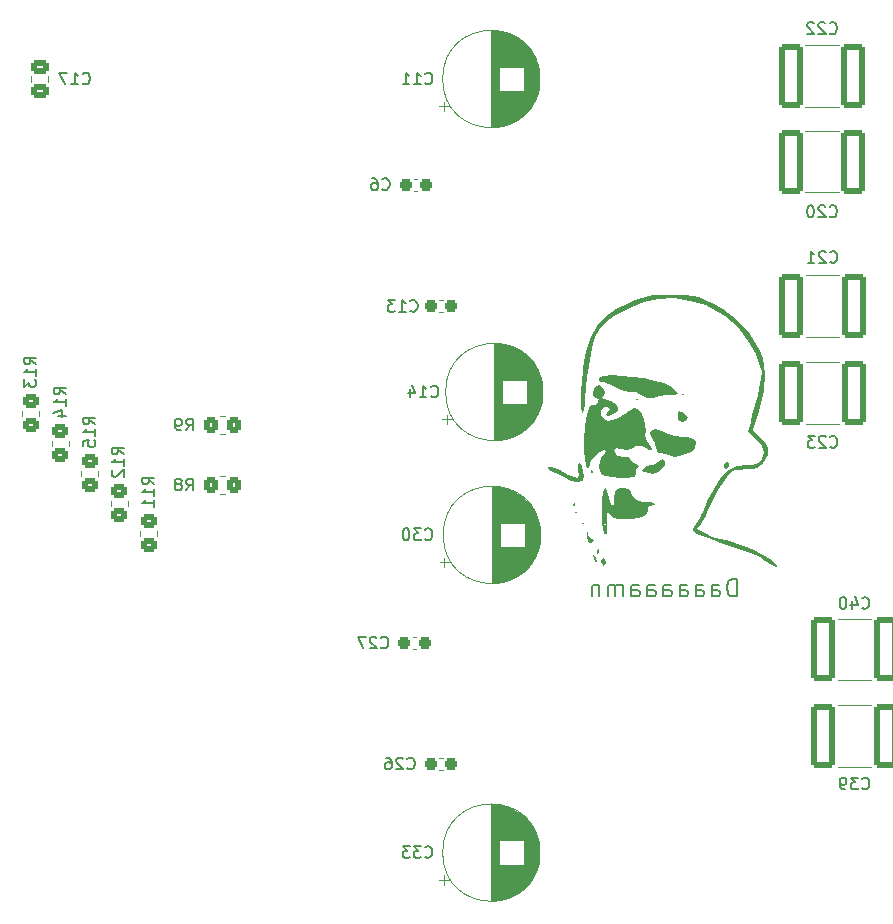
<source format=gbo>
G04 #@! TF.GenerationSoftware,KiCad,Pcbnew,8.0.7-8.0.7-0~ubuntu22.04.1*
G04 #@! TF.CreationDate,2025-01-27T17:28:36+02:00*
G04 #@! TF.ProjectId,speaker_amp2,73706561-6b65-4725-9f61-6d70322e6b69,rev?*
G04 #@! TF.SameCoordinates,Original*
G04 #@! TF.FileFunction,Legend,Bot*
G04 #@! TF.FilePolarity,Positive*
%FSLAX46Y46*%
G04 Gerber Fmt 4.6, Leading zero omitted, Abs format (unit mm)*
G04 Created by KiCad (PCBNEW 8.0.7-8.0.7-0~ubuntu22.04.1) date 2025-01-27 17:28:36*
%MOMM*%
%LPD*%
G01*
G04 APERTURE LIST*
G04 Aperture macros list*
%AMRoundRect*
0 Rectangle with rounded corners*
0 $1 Rounding radius*
0 $2 $3 $4 $5 $6 $7 $8 $9 X,Y pos of 4 corners*
0 Add a 4 corners polygon primitive as box body*
4,1,4,$2,$3,$4,$5,$6,$7,$8,$9,$2,$3,0*
0 Add four circle primitives for the rounded corners*
1,1,$1+$1,$2,$3*
1,1,$1+$1,$4,$5*
1,1,$1+$1,$6,$7*
1,1,$1+$1,$8,$9*
0 Add four rect primitives between the rounded corners*
20,1,$1+$1,$2,$3,$4,$5,0*
20,1,$1+$1,$4,$5,$6,$7,0*
20,1,$1+$1,$6,$7,$8,$9,0*
20,1,$1+$1,$8,$9,$2,$3,0*%
G04 Aperture macros list end*
%ADD10C,0.150000*%
%ADD11C,0.120000*%
%ADD12C,0.000000*%
%ADD13C,3.600000*%
%ADD14C,5.600000*%
%ADD15C,1.020000*%
%ADD16R,1.520000X1.520000*%
%ADD17C,1.520000*%
%ADD18C,1.800000*%
%ADD19C,1.300000*%
%ADD20C,1.700000*%
%ADD21R,1.665000X1.665000*%
%ADD22C,1.665000*%
%ADD23RoundRect,0.249999X0.737501X2.450001X-0.737501X2.450001X-0.737501X-2.450001X0.737501X-2.450001X0*%
%ADD24RoundRect,0.237500X0.300000X0.237500X-0.300000X0.237500X-0.300000X-0.237500X0.300000X-0.237500X0*%
%ADD25RoundRect,0.250000X0.450000X-0.350000X0.450000X0.350000X-0.450000X0.350000X-0.450000X-0.350000X0*%
%ADD26R,1.600000X1.600000*%
%ADD27C,1.600000*%
%ADD28RoundRect,0.249999X-0.737501X-2.450001X0.737501X-2.450001X0.737501X2.450001X-0.737501X2.450001X0*%
%ADD29RoundRect,0.237500X-0.300000X-0.237500X0.300000X-0.237500X0.300000X0.237500X-0.300000X0.237500X0*%
%ADD30RoundRect,0.250000X0.350000X0.450000X-0.350000X0.450000X-0.350000X-0.450000X0.350000X-0.450000X0*%
%ADD31RoundRect,0.250000X0.475000X-0.337500X0.475000X0.337500X-0.475000X0.337500X-0.475000X-0.337500X0*%
G04 APERTURE END LIST*
D10*
X108794173Y-120058628D02*
X108794173Y-118558628D01*
X108794173Y-118558628D02*
X108437030Y-118558628D01*
X108437030Y-118558628D02*
X108222744Y-118630057D01*
X108222744Y-118630057D02*
X108079887Y-118772914D01*
X108079887Y-118772914D02*
X108008458Y-118915771D01*
X108008458Y-118915771D02*
X107937030Y-119201485D01*
X107937030Y-119201485D02*
X107937030Y-119415771D01*
X107937030Y-119415771D02*
X108008458Y-119701485D01*
X108008458Y-119701485D02*
X108079887Y-119844342D01*
X108079887Y-119844342D02*
X108222744Y-119987200D01*
X108222744Y-119987200D02*
X108437030Y-120058628D01*
X108437030Y-120058628D02*
X108794173Y-120058628D01*
X106651316Y-120058628D02*
X106651316Y-119272914D01*
X106651316Y-119272914D02*
X106722744Y-119130057D01*
X106722744Y-119130057D02*
X106865601Y-119058628D01*
X106865601Y-119058628D02*
X107151316Y-119058628D01*
X107151316Y-119058628D02*
X107294173Y-119130057D01*
X106651316Y-119987200D02*
X106794173Y-120058628D01*
X106794173Y-120058628D02*
X107151316Y-120058628D01*
X107151316Y-120058628D02*
X107294173Y-119987200D01*
X107294173Y-119987200D02*
X107365601Y-119844342D01*
X107365601Y-119844342D02*
X107365601Y-119701485D01*
X107365601Y-119701485D02*
X107294173Y-119558628D01*
X107294173Y-119558628D02*
X107151316Y-119487200D01*
X107151316Y-119487200D02*
X106794173Y-119487200D01*
X106794173Y-119487200D02*
X106651316Y-119415771D01*
X105294173Y-120058628D02*
X105294173Y-119272914D01*
X105294173Y-119272914D02*
X105365601Y-119130057D01*
X105365601Y-119130057D02*
X105508458Y-119058628D01*
X105508458Y-119058628D02*
X105794173Y-119058628D01*
X105794173Y-119058628D02*
X105937030Y-119130057D01*
X105294173Y-119987200D02*
X105437030Y-120058628D01*
X105437030Y-120058628D02*
X105794173Y-120058628D01*
X105794173Y-120058628D02*
X105937030Y-119987200D01*
X105937030Y-119987200D02*
X106008458Y-119844342D01*
X106008458Y-119844342D02*
X106008458Y-119701485D01*
X106008458Y-119701485D02*
X105937030Y-119558628D01*
X105937030Y-119558628D02*
X105794173Y-119487200D01*
X105794173Y-119487200D02*
X105437030Y-119487200D01*
X105437030Y-119487200D02*
X105294173Y-119415771D01*
X103937030Y-120058628D02*
X103937030Y-119272914D01*
X103937030Y-119272914D02*
X104008458Y-119130057D01*
X104008458Y-119130057D02*
X104151315Y-119058628D01*
X104151315Y-119058628D02*
X104437030Y-119058628D01*
X104437030Y-119058628D02*
X104579887Y-119130057D01*
X103937030Y-119987200D02*
X104079887Y-120058628D01*
X104079887Y-120058628D02*
X104437030Y-120058628D01*
X104437030Y-120058628D02*
X104579887Y-119987200D01*
X104579887Y-119987200D02*
X104651315Y-119844342D01*
X104651315Y-119844342D02*
X104651315Y-119701485D01*
X104651315Y-119701485D02*
X104579887Y-119558628D01*
X104579887Y-119558628D02*
X104437030Y-119487200D01*
X104437030Y-119487200D02*
X104079887Y-119487200D01*
X104079887Y-119487200D02*
X103937030Y-119415771D01*
X102579887Y-120058628D02*
X102579887Y-119272914D01*
X102579887Y-119272914D02*
X102651315Y-119130057D01*
X102651315Y-119130057D02*
X102794172Y-119058628D01*
X102794172Y-119058628D02*
X103079887Y-119058628D01*
X103079887Y-119058628D02*
X103222744Y-119130057D01*
X102579887Y-119987200D02*
X102722744Y-120058628D01*
X102722744Y-120058628D02*
X103079887Y-120058628D01*
X103079887Y-120058628D02*
X103222744Y-119987200D01*
X103222744Y-119987200D02*
X103294172Y-119844342D01*
X103294172Y-119844342D02*
X103294172Y-119701485D01*
X103294172Y-119701485D02*
X103222744Y-119558628D01*
X103222744Y-119558628D02*
X103079887Y-119487200D01*
X103079887Y-119487200D02*
X102722744Y-119487200D01*
X102722744Y-119487200D02*
X102579887Y-119415771D01*
X101222744Y-120058628D02*
X101222744Y-119272914D01*
X101222744Y-119272914D02*
X101294172Y-119130057D01*
X101294172Y-119130057D02*
X101437029Y-119058628D01*
X101437029Y-119058628D02*
X101722744Y-119058628D01*
X101722744Y-119058628D02*
X101865601Y-119130057D01*
X101222744Y-119987200D02*
X101365601Y-120058628D01*
X101365601Y-120058628D02*
X101722744Y-120058628D01*
X101722744Y-120058628D02*
X101865601Y-119987200D01*
X101865601Y-119987200D02*
X101937029Y-119844342D01*
X101937029Y-119844342D02*
X101937029Y-119701485D01*
X101937029Y-119701485D02*
X101865601Y-119558628D01*
X101865601Y-119558628D02*
X101722744Y-119487200D01*
X101722744Y-119487200D02*
X101365601Y-119487200D01*
X101365601Y-119487200D02*
X101222744Y-119415771D01*
X99865601Y-120058628D02*
X99865601Y-119272914D01*
X99865601Y-119272914D02*
X99937029Y-119130057D01*
X99937029Y-119130057D02*
X100079886Y-119058628D01*
X100079886Y-119058628D02*
X100365601Y-119058628D01*
X100365601Y-119058628D02*
X100508458Y-119130057D01*
X99865601Y-119987200D02*
X100008458Y-120058628D01*
X100008458Y-120058628D02*
X100365601Y-120058628D01*
X100365601Y-120058628D02*
X100508458Y-119987200D01*
X100508458Y-119987200D02*
X100579886Y-119844342D01*
X100579886Y-119844342D02*
X100579886Y-119701485D01*
X100579886Y-119701485D02*
X100508458Y-119558628D01*
X100508458Y-119558628D02*
X100365601Y-119487200D01*
X100365601Y-119487200D02*
X100008458Y-119487200D01*
X100008458Y-119487200D02*
X99865601Y-119415771D01*
X99151315Y-120058628D02*
X99151315Y-119058628D01*
X99151315Y-119201485D02*
X99079886Y-119130057D01*
X99079886Y-119130057D02*
X98937029Y-119058628D01*
X98937029Y-119058628D02*
X98722743Y-119058628D01*
X98722743Y-119058628D02*
X98579886Y-119130057D01*
X98579886Y-119130057D02*
X98508458Y-119272914D01*
X98508458Y-119272914D02*
X98508458Y-120058628D01*
X98508458Y-119272914D02*
X98437029Y-119130057D01*
X98437029Y-119130057D02*
X98294172Y-119058628D01*
X98294172Y-119058628D02*
X98079886Y-119058628D01*
X98079886Y-119058628D02*
X97937029Y-119130057D01*
X97937029Y-119130057D02*
X97865600Y-119272914D01*
X97865600Y-119272914D02*
X97865600Y-120058628D01*
X97151315Y-119058628D02*
X97151315Y-120058628D01*
X97151315Y-119201485D02*
X97079886Y-119130057D01*
X97079886Y-119130057D02*
X96937029Y-119058628D01*
X96937029Y-119058628D02*
X96722743Y-119058628D01*
X96722743Y-119058628D02*
X96579886Y-119130057D01*
X96579886Y-119130057D02*
X96508458Y-119272914D01*
X96508458Y-119272914D02*
X96508458Y-120058628D01*
X116642857Y-87859581D02*
X116690476Y-87907201D01*
X116690476Y-87907201D02*
X116833333Y-87954820D01*
X116833333Y-87954820D02*
X116928571Y-87954820D01*
X116928571Y-87954820D02*
X117071428Y-87907201D01*
X117071428Y-87907201D02*
X117166666Y-87811962D01*
X117166666Y-87811962D02*
X117214285Y-87716724D01*
X117214285Y-87716724D02*
X117261904Y-87526248D01*
X117261904Y-87526248D02*
X117261904Y-87383391D01*
X117261904Y-87383391D02*
X117214285Y-87192915D01*
X117214285Y-87192915D02*
X117166666Y-87097677D01*
X117166666Y-87097677D02*
X117071428Y-87002439D01*
X117071428Y-87002439D02*
X116928571Y-86954820D01*
X116928571Y-86954820D02*
X116833333Y-86954820D01*
X116833333Y-86954820D02*
X116690476Y-87002439D01*
X116690476Y-87002439D02*
X116642857Y-87050058D01*
X116261904Y-87050058D02*
X116214285Y-87002439D01*
X116214285Y-87002439D02*
X116119047Y-86954820D01*
X116119047Y-86954820D02*
X115880952Y-86954820D01*
X115880952Y-86954820D02*
X115785714Y-87002439D01*
X115785714Y-87002439D02*
X115738095Y-87050058D01*
X115738095Y-87050058D02*
X115690476Y-87145296D01*
X115690476Y-87145296D02*
X115690476Y-87240534D01*
X115690476Y-87240534D02*
X115738095Y-87383391D01*
X115738095Y-87383391D02*
X116309523Y-87954820D01*
X116309523Y-87954820D02*
X115690476Y-87954820D01*
X115071428Y-86954820D02*
X114976190Y-86954820D01*
X114976190Y-86954820D02*
X114880952Y-87002439D01*
X114880952Y-87002439D02*
X114833333Y-87050058D01*
X114833333Y-87050058D02*
X114785714Y-87145296D01*
X114785714Y-87145296D02*
X114738095Y-87335772D01*
X114738095Y-87335772D02*
X114738095Y-87573867D01*
X114738095Y-87573867D02*
X114785714Y-87764343D01*
X114785714Y-87764343D02*
X114833333Y-87859581D01*
X114833333Y-87859581D02*
X114880952Y-87907201D01*
X114880952Y-87907201D02*
X114976190Y-87954820D01*
X114976190Y-87954820D02*
X115071428Y-87954820D01*
X115071428Y-87954820D02*
X115166666Y-87907201D01*
X115166666Y-87907201D02*
X115214285Y-87859581D01*
X115214285Y-87859581D02*
X115261904Y-87764343D01*
X115261904Y-87764343D02*
X115309523Y-87573867D01*
X115309523Y-87573867D02*
X115309523Y-87335772D01*
X115309523Y-87335772D02*
X115261904Y-87145296D01*
X115261904Y-87145296D02*
X115214285Y-87050058D01*
X115214285Y-87050058D02*
X115166666Y-87002439D01*
X115166666Y-87002439D02*
X115071428Y-86954820D01*
X78766666Y-85559580D02*
X78814285Y-85607200D01*
X78814285Y-85607200D02*
X78957142Y-85654819D01*
X78957142Y-85654819D02*
X79052380Y-85654819D01*
X79052380Y-85654819D02*
X79195237Y-85607200D01*
X79195237Y-85607200D02*
X79290475Y-85511961D01*
X79290475Y-85511961D02*
X79338094Y-85416723D01*
X79338094Y-85416723D02*
X79385713Y-85226247D01*
X79385713Y-85226247D02*
X79385713Y-85083390D01*
X79385713Y-85083390D02*
X79338094Y-84892914D01*
X79338094Y-84892914D02*
X79290475Y-84797676D01*
X79290475Y-84797676D02*
X79195237Y-84702438D01*
X79195237Y-84702438D02*
X79052380Y-84654819D01*
X79052380Y-84654819D02*
X78957142Y-84654819D01*
X78957142Y-84654819D02*
X78814285Y-84702438D01*
X78814285Y-84702438D02*
X78766666Y-84750057D01*
X77909523Y-84654819D02*
X78099999Y-84654819D01*
X78099999Y-84654819D02*
X78195237Y-84702438D01*
X78195237Y-84702438D02*
X78242856Y-84750057D01*
X78242856Y-84750057D02*
X78338094Y-84892914D01*
X78338094Y-84892914D02*
X78385713Y-85083390D01*
X78385713Y-85083390D02*
X78385713Y-85464342D01*
X78385713Y-85464342D02*
X78338094Y-85559580D01*
X78338094Y-85559580D02*
X78290475Y-85607200D01*
X78290475Y-85607200D02*
X78195237Y-85654819D01*
X78195237Y-85654819D02*
X78004761Y-85654819D01*
X78004761Y-85654819D02*
X77909523Y-85607200D01*
X77909523Y-85607200D02*
X77861904Y-85559580D01*
X77861904Y-85559580D02*
X77814285Y-85464342D01*
X77814285Y-85464342D02*
X77814285Y-85226247D01*
X77814285Y-85226247D02*
X77861904Y-85131009D01*
X77861904Y-85131009D02*
X77909523Y-85083390D01*
X77909523Y-85083390D02*
X78004761Y-85035771D01*
X78004761Y-85035771D02*
X78195237Y-85035771D01*
X78195237Y-85035771D02*
X78290475Y-85083390D01*
X78290475Y-85083390D02*
X78338094Y-85131009D01*
X78338094Y-85131009D02*
X78385713Y-85226247D01*
X51954819Y-102947142D02*
X51478628Y-102613809D01*
X51954819Y-102375714D02*
X50954819Y-102375714D01*
X50954819Y-102375714D02*
X50954819Y-102756666D01*
X50954819Y-102756666D02*
X51002438Y-102851904D01*
X51002438Y-102851904D02*
X51050057Y-102899523D01*
X51050057Y-102899523D02*
X51145295Y-102947142D01*
X51145295Y-102947142D02*
X51288152Y-102947142D01*
X51288152Y-102947142D02*
X51383390Y-102899523D01*
X51383390Y-102899523D02*
X51431009Y-102851904D01*
X51431009Y-102851904D02*
X51478628Y-102756666D01*
X51478628Y-102756666D02*
X51478628Y-102375714D01*
X51954819Y-103899523D02*
X51954819Y-103328095D01*
X51954819Y-103613809D02*
X50954819Y-103613809D01*
X50954819Y-103613809D02*
X51097676Y-103518571D01*
X51097676Y-103518571D02*
X51192914Y-103423333D01*
X51192914Y-103423333D02*
X51240533Y-103328095D01*
X51288152Y-104756666D02*
X51954819Y-104756666D01*
X50907200Y-104518571D02*
X51621485Y-104280476D01*
X51621485Y-104280476D02*
X51621485Y-104899523D01*
X82392857Y-115209580D02*
X82440476Y-115257200D01*
X82440476Y-115257200D02*
X82583333Y-115304819D01*
X82583333Y-115304819D02*
X82678571Y-115304819D01*
X82678571Y-115304819D02*
X82821428Y-115257200D01*
X82821428Y-115257200D02*
X82916666Y-115161961D01*
X82916666Y-115161961D02*
X82964285Y-115066723D01*
X82964285Y-115066723D02*
X83011904Y-114876247D01*
X83011904Y-114876247D02*
X83011904Y-114733390D01*
X83011904Y-114733390D02*
X82964285Y-114542914D01*
X82964285Y-114542914D02*
X82916666Y-114447676D01*
X82916666Y-114447676D02*
X82821428Y-114352438D01*
X82821428Y-114352438D02*
X82678571Y-114304819D01*
X82678571Y-114304819D02*
X82583333Y-114304819D01*
X82583333Y-114304819D02*
X82440476Y-114352438D01*
X82440476Y-114352438D02*
X82392857Y-114400057D01*
X82059523Y-114304819D02*
X81440476Y-114304819D01*
X81440476Y-114304819D02*
X81773809Y-114685771D01*
X81773809Y-114685771D02*
X81630952Y-114685771D01*
X81630952Y-114685771D02*
X81535714Y-114733390D01*
X81535714Y-114733390D02*
X81488095Y-114781009D01*
X81488095Y-114781009D02*
X81440476Y-114876247D01*
X81440476Y-114876247D02*
X81440476Y-115114342D01*
X81440476Y-115114342D02*
X81488095Y-115209580D01*
X81488095Y-115209580D02*
X81535714Y-115257200D01*
X81535714Y-115257200D02*
X81630952Y-115304819D01*
X81630952Y-115304819D02*
X81916666Y-115304819D01*
X81916666Y-115304819D02*
X82011904Y-115257200D01*
X82011904Y-115257200D02*
X82059523Y-115209580D01*
X80821428Y-114304819D02*
X80726190Y-114304819D01*
X80726190Y-114304819D02*
X80630952Y-114352438D01*
X80630952Y-114352438D02*
X80583333Y-114400057D01*
X80583333Y-114400057D02*
X80535714Y-114495295D01*
X80535714Y-114495295D02*
X80488095Y-114685771D01*
X80488095Y-114685771D02*
X80488095Y-114923866D01*
X80488095Y-114923866D02*
X80535714Y-115114342D01*
X80535714Y-115114342D02*
X80583333Y-115209580D01*
X80583333Y-115209580D02*
X80630952Y-115257200D01*
X80630952Y-115257200D02*
X80726190Y-115304819D01*
X80726190Y-115304819D02*
X80821428Y-115304819D01*
X80821428Y-115304819D02*
X80916666Y-115257200D01*
X80916666Y-115257200D02*
X80964285Y-115209580D01*
X80964285Y-115209580D02*
X81011904Y-115114342D01*
X81011904Y-115114342D02*
X81059523Y-114923866D01*
X81059523Y-114923866D02*
X81059523Y-114685771D01*
X81059523Y-114685771D02*
X81011904Y-114495295D01*
X81011904Y-114495295D02*
X80964285Y-114400057D01*
X80964285Y-114400057D02*
X80916666Y-114352438D01*
X80916666Y-114352438D02*
X80821428Y-114304819D01*
X116692857Y-91724581D02*
X116740476Y-91772201D01*
X116740476Y-91772201D02*
X116883333Y-91819820D01*
X116883333Y-91819820D02*
X116978571Y-91819820D01*
X116978571Y-91819820D02*
X117121428Y-91772201D01*
X117121428Y-91772201D02*
X117216666Y-91676962D01*
X117216666Y-91676962D02*
X117264285Y-91581724D01*
X117264285Y-91581724D02*
X117311904Y-91391248D01*
X117311904Y-91391248D02*
X117311904Y-91248391D01*
X117311904Y-91248391D02*
X117264285Y-91057915D01*
X117264285Y-91057915D02*
X117216666Y-90962677D01*
X117216666Y-90962677D02*
X117121428Y-90867439D01*
X117121428Y-90867439D02*
X116978571Y-90819820D01*
X116978571Y-90819820D02*
X116883333Y-90819820D01*
X116883333Y-90819820D02*
X116740476Y-90867439D01*
X116740476Y-90867439D02*
X116692857Y-90915058D01*
X116311904Y-90915058D02*
X116264285Y-90867439D01*
X116264285Y-90867439D02*
X116169047Y-90819820D01*
X116169047Y-90819820D02*
X115930952Y-90819820D01*
X115930952Y-90819820D02*
X115835714Y-90867439D01*
X115835714Y-90867439D02*
X115788095Y-90915058D01*
X115788095Y-90915058D02*
X115740476Y-91010296D01*
X115740476Y-91010296D02*
X115740476Y-91105534D01*
X115740476Y-91105534D02*
X115788095Y-91248391D01*
X115788095Y-91248391D02*
X116359523Y-91819820D01*
X116359523Y-91819820D02*
X115740476Y-91819820D01*
X114788095Y-91819820D02*
X115359523Y-91819820D01*
X115073809Y-91819820D02*
X115073809Y-90819820D01*
X115073809Y-90819820D02*
X115169047Y-90962677D01*
X115169047Y-90962677D02*
X115264285Y-91057915D01*
X115264285Y-91057915D02*
X115359523Y-91105534D01*
X56864819Y-108027142D02*
X56388628Y-107693809D01*
X56864819Y-107455714D02*
X55864819Y-107455714D01*
X55864819Y-107455714D02*
X55864819Y-107836666D01*
X55864819Y-107836666D02*
X55912438Y-107931904D01*
X55912438Y-107931904D02*
X55960057Y-107979523D01*
X55960057Y-107979523D02*
X56055295Y-108027142D01*
X56055295Y-108027142D02*
X56198152Y-108027142D01*
X56198152Y-108027142D02*
X56293390Y-107979523D01*
X56293390Y-107979523D02*
X56341009Y-107931904D01*
X56341009Y-107931904D02*
X56388628Y-107836666D01*
X56388628Y-107836666D02*
X56388628Y-107455714D01*
X56864819Y-108979523D02*
X56864819Y-108408095D01*
X56864819Y-108693809D02*
X55864819Y-108693809D01*
X55864819Y-108693809D02*
X56007676Y-108598571D01*
X56007676Y-108598571D02*
X56102914Y-108503333D01*
X56102914Y-108503333D02*
X56150533Y-108408095D01*
X55960057Y-109360476D02*
X55912438Y-109408095D01*
X55912438Y-109408095D02*
X55864819Y-109503333D01*
X55864819Y-109503333D02*
X55864819Y-109741428D01*
X55864819Y-109741428D02*
X55912438Y-109836666D01*
X55912438Y-109836666D02*
X55960057Y-109884285D01*
X55960057Y-109884285D02*
X56055295Y-109931904D01*
X56055295Y-109931904D02*
X56150533Y-109931904D01*
X56150533Y-109931904D02*
X56293390Y-109884285D01*
X56293390Y-109884285D02*
X56864819Y-109312857D01*
X56864819Y-109312857D02*
X56864819Y-109931904D01*
X78642857Y-124359580D02*
X78690476Y-124407200D01*
X78690476Y-124407200D02*
X78833333Y-124454819D01*
X78833333Y-124454819D02*
X78928571Y-124454819D01*
X78928571Y-124454819D02*
X79071428Y-124407200D01*
X79071428Y-124407200D02*
X79166666Y-124311961D01*
X79166666Y-124311961D02*
X79214285Y-124216723D01*
X79214285Y-124216723D02*
X79261904Y-124026247D01*
X79261904Y-124026247D02*
X79261904Y-123883390D01*
X79261904Y-123883390D02*
X79214285Y-123692914D01*
X79214285Y-123692914D02*
X79166666Y-123597676D01*
X79166666Y-123597676D02*
X79071428Y-123502438D01*
X79071428Y-123502438D02*
X78928571Y-123454819D01*
X78928571Y-123454819D02*
X78833333Y-123454819D01*
X78833333Y-123454819D02*
X78690476Y-123502438D01*
X78690476Y-123502438D02*
X78642857Y-123550057D01*
X78261904Y-123550057D02*
X78214285Y-123502438D01*
X78214285Y-123502438D02*
X78119047Y-123454819D01*
X78119047Y-123454819D02*
X77880952Y-123454819D01*
X77880952Y-123454819D02*
X77785714Y-123502438D01*
X77785714Y-123502438D02*
X77738095Y-123550057D01*
X77738095Y-123550057D02*
X77690476Y-123645295D01*
X77690476Y-123645295D02*
X77690476Y-123740533D01*
X77690476Y-123740533D02*
X77738095Y-123883390D01*
X77738095Y-123883390D02*
X78309523Y-124454819D01*
X78309523Y-124454819D02*
X77690476Y-124454819D01*
X77357142Y-123454819D02*
X76690476Y-123454819D01*
X76690476Y-123454819D02*
X77119047Y-124454819D01*
X82392857Y-76609580D02*
X82440476Y-76657200D01*
X82440476Y-76657200D02*
X82583333Y-76704819D01*
X82583333Y-76704819D02*
X82678571Y-76704819D01*
X82678571Y-76704819D02*
X82821428Y-76657200D01*
X82821428Y-76657200D02*
X82916666Y-76561961D01*
X82916666Y-76561961D02*
X82964285Y-76466723D01*
X82964285Y-76466723D02*
X83011904Y-76276247D01*
X83011904Y-76276247D02*
X83011904Y-76133390D01*
X83011904Y-76133390D02*
X82964285Y-75942914D01*
X82964285Y-75942914D02*
X82916666Y-75847676D01*
X82916666Y-75847676D02*
X82821428Y-75752438D01*
X82821428Y-75752438D02*
X82678571Y-75704819D01*
X82678571Y-75704819D02*
X82583333Y-75704819D01*
X82583333Y-75704819D02*
X82440476Y-75752438D01*
X82440476Y-75752438D02*
X82392857Y-75800057D01*
X81440476Y-76704819D02*
X82011904Y-76704819D01*
X81726190Y-76704819D02*
X81726190Y-75704819D01*
X81726190Y-75704819D02*
X81821428Y-75847676D01*
X81821428Y-75847676D02*
X81916666Y-75942914D01*
X81916666Y-75942914D02*
X82011904Y-75990533D01*
X80488095Y-76704819D02*
X81059523Y-76704819D01*
X80773809Y-76704819D02*
X80773809Y-75704819D01*
X80773809Y-75704819D02*
X80869047Y-75847676D01*
X80869047Y-75847676D02*
X80964285Y-75942914D01*
X80964285Y-75942914D02*
X81059523Y-75990533D01*
X49454819Y-100407142D02*
X48978628Y-100073809D01*
X49454819Y-99835714D02*
X48454819Y-99835714D01*
X48454819Y-99835714D02*
X48454819Y-100216666D01*
X48454819Y-100216666D02*
X48502438Y-100311904D01*
X48502438Y-100311904D02*
X48550057Y-100359523D01*
X48550057Y-100359523D02*
X48645295Y-100407142D01*
X48645295Y-100407142D02*
X48788152Y-100407142D01*
X48788152Y-100407142D02*
X48883390Y-100359523D01*
X48883390Y-100359523D02*
X48931009Y-100311904D01*
X48931009Y-100311904D02*
X48978628Y-100216666D01*
X48978628Y-100216666D02*
X48978628Y-99835714D01*
X49454819Y-101359523D02*
X49454819Y-100788095D01*
X49454819Y-101073809D02*
X48454819Y-101073809D01*
X48454819Y-101073809D02*
X48597676Y-100978571D01*
X48597676Y-100978571D02*
X48692914Y-100883333D01*
X48692914Y-100883333D02*
X48740533Y-100788095D01*
X48454819Y-101692857D02*
X48454819Y-102311904D01*
X48454819Y-102311904D02*
X48835771Y-101978571D01*
X48835771Y-101978571D02*
X48835771Y-102121428D01*
X48835771Y-102121428D02*
X48883390Y-102216666D01*
X48883390Y-102216666D02*
X48931009Y-102264285D01*
X48931009Y-102264285D02*
X49026247Y-102311904D01*
X49026247Y-102311904D02*
X49264342Y-102311904D01*
X49264342Y-102311904D02*
X49359580Y-102264285D01*
X49359580Y-102264285D02*
X49407200Y-102216666D01*
X49407200Y-102216666D02*
X49454819Y-102121428D01*
X49454819Y-102121428D02*
X49454819Y-101835714D01*
X49454819Y-101835714D02*
X49407200Y-101740476D01*
X49407200Y-101740476D02*
X49359580Y-101692857D01*
X116642857Y-72359581D02*
X116690476Y-72407201D01*
X116690476Y-72407201D02*
X116833333Y-72454820D01*
X116833333Y-72454820D02*
X116928571Y-72454820D01*
X116928571Y-72454820D02*
X117071428Y-72407201D01*
X117071428Y-72407201D02*
X117166666Y-72311962D01*
X117166666Y-72311962D02*
X117214285Y-72216724D01*
X117214285Y-72216724D02*
X117261904Y-72026248D01*
X117261904Y-72026248D02*
X117261904Y-71883391D01*
X117261904Y-71883391D02*
X117214285Y-71692915D01*
X117214285Y-71692915D02*
X117166666Y-71597677D01*
X117166666Y-71597677D02*
X117071428Y-71502439D01*
X117071428Y-71502439D02*
X116928571Y-71454820D01*
X116928571Y-71454820D02*
X116833333Y-71454820D01*
X116833333Y-71454820D02*
X116690476Y-71502439D01*
X116690476Y-71502439D02*
X116642857Y-71550058D01*
X116261904Y-71550058D02*
X116214285Y-71502439D01*
X116214285Y-71502439D02*
X116119047Y-71454820D01*
X116119047Y-71454820D02*
X115880952Y-71454820D01*
X115880952Y-71454820D02*
X115785714Y-71502439D01*
X115785714Y-71502439D02*
X115738095Y-71550058D01*
X115738095Y-71550058D02*
X115690476Y-71645296D01*
X115690476Y-71645296D02*
X115690476Y-71740534D01*
X115690476Y-71740534D02*
X115738095Y-71883391D01*
X115738095Y-71883391D02*
X116309523Y-72454820D01*
X116309523Y-72454820D02*
X115690476Y-72454820D01*
X115309523Y-71550058D02*
X115261904Y-71502439D01*
X115261904Y-71502439D02*
X115166666Y-71454820D01*
X115166666Y-71454820D02*
X114928571Y-71454820D01*
X114928571Y-71454820D02*
X114833333Y-71502439D01*
X114833333Y-71502439D02*
X114785714Y-71550058D01*
X114785714Y-71550058D02*
X114738095Y-71645296D01*
X114738095Y-71645296D02*
X114738095Y-71740534D01*
X114738095Y-71740534D02*
X114785714Y-71883391D01*
X114785714Y-71883391D02*
X115357142Y-72454820D01*
X115357142Y-72454820D02*
X114738095Y-72454820D01*
X62166666Y-106004819D02*
X62499999Y-105528628D01*
X62738094Y-106004819D02*
X62738094Y-105004819D01*
X62738094Y-105004819D02*
X62357142Y-105004819D01*
X62357142Y-105004819D02*
X62261904Y-105052438D01*
X62261904Y-105052438D02*
X62214285Y-105100057D01*
X62214285Y-105100057D02*
X62166666Y-105195295D01*
X62166666Y-105195295D02*
X62166666Y-105338152D01*
X62166666Y-105338152D02*
X62214285Y-105433390D01*
X62214285Y-105433390D02*
X62261904Y-105481009D01*
X62261904Y-105481009D02*
X62357142Y-105528628D01*
X62357142Y-105528628D02*
X62738094Y-105528628D01*
X61690475Y-106004819D02*
X61499999Y-106004819D01*
X61499999Y-106004819D02*
X61404761Y-105957200D01*
X61404761Y-105957200D02*
X61357142Y-105909580D01*
X61357142Y-105909580D02*
X61261904Y-105766723D01*
X61261904Y-105766723D02*
X61214285Y-105576247D01*
X61214285Y-105576247D02*
X61214285Y-105195295D01*
X61214285Y-105195295D02*
X61261904Y-105100057D01*
X61261904Y-105100057D02*
X61309523Y-105052438D01*
X61309523Y-105052438D02*
X61404761Y-105004819D01*
X61404761Y-105004819D02*
X61595237Y-105004819D01*
X61595237Y-105004819D02*
X61690475Y-105052438D01*
X61690475Y-105052438D02*
X61738094Y-105100057D01*
X61738094Y-105100057D02*
X61785713Y-105195295D01*
X61785713Y-105195295D02*
X61785713Y-105433390D01*
X61785713Y-105433390D02*
X61738094Y-105528628D01*
X61738094Y-105528628D02*
X61690475Y-105576247D01*
X61690475Y-105576247D02*
X61595237Y-105623866D01*
X61595237Y-105623866D02*
X61404761Y-105623866D01*
X61404761Y-105623866D02*
X61309523Y-105576247D01*
X61309523Y-105576247D02*
X61261904Y-105528628D01*
X61261904Y-105528628D02*
X61214285Y-105433390D01*
X54454819Y-105487142D02*
X53978628Y-105153809D01*
X54454819Y-104915714D02*
X53454819Y-104915714D01*
X53454819Y-104915714D02*
X53454819Y-105296666D01*
X53454819Y-105296666D02*
X53502438Y-105391904D01*
X53502438Y-105391904D02*
X53550057Y-105439523D01*
X53550057Y-105439523D02*
X53645295Y-105487142D01*
X53645295Y-105487142D02*
X53788152Y-105487142D01*
X53788152Y-105487142D02*
X53883390Y-105439523D01*
X53883390Y-105439523D02*
X53931009Y-105391904D01*
X53931009Y-105391904D02*
X53978628Y-105296666D01*
X53978628Y-105296666D02*
X53978628Y-104915714D01*
X54454819Y-106439523D02*
X54454819Y-105868095D01*
X54454819Y-106153809D02*
X53454819Y-106153809D01*
X53454819Y-106153809D02*
X53597676Y-106058571D01*
X53597676Y-106058571D02*
X53692914Y-105963333D01*
X53692914Y-105963333D02*
X53740533Y-105868095D01*
X53454819Y-107344285D02*
X53454819Y-106868095D01*
X53454819Y-106868095D02*
X53931009Y-106820476D01*
X53931009Y-106820476D02*
X53883390Y-106868095D01*
X53883390Y-106868095D02*
X53835771Y-106963333D01*
X53835771Y-106963333D02*
X53835771Y-107201428D01*
X53835771Y-107201428D02*
X53883390Y-107296666D01*
X53883390Y-107296666D02*
X53931009Y-107344285D01*
X53931009Y-107344285D02*
X54026247Y-107391904D01*
X54026247Y-107391904D02*
X54264342Y-107391904D01*
X54264342Y-107391904D02*
X54359580Y-107344285D01*
X54359580Y-107344285D02*
X54407200Y-107296666D01*
X54407200Y-107296666D02*
X54454819Y-107201428D01*
X54454819Y-107201428D02*
X54454819Y-106963333D01*
X54454819Y-106963333D02*
X54407200Y-106868095D01*
X54407200Y-106868095D02*
X54359580Y-106820476D01*
X81142857Y-95859580D02*
X81190476Y-95907200D01*
X81190476Y-95907200D02*
X81333333Y-95954819D01*
X81333333Y-95954819D02*
X81428571Y-95954819D01*
X81428571Y-95954819D02*
X81571428Y-95907200D01*
X81571428Y-95907200D02*
X81666666Y-95811961D01*
X81666666Y-95811961D02*
X81714285Y-95716723D01*
X81714285Y-95716723D02*
X81761904Y-95526247D01*
X81761904Y-95526247D02*
X81761904Y-95383390D01*
X81761904Y-95383390D02*
X81714285Y-95192914D01*
X81714285Y-95192914D02*
X81666666Y-95097676D01*
X81666666Y-95097676D02*
X81571428Y-95002438D01*
X81571428Y-95002438D02*
X81428571Y-94954819D01*
X81428571Y-94954819D02*
X81333333Y-94954819D01*
X81333333Y-94954819D02*
X81190476Y-95002438D01*
X81190476Y-95002438D02*
X81142857Y-95050057D01*
X80190476Y-95954819D02*
X80761904Y-95954819D01*
X80476190Y-95954819D02*
X80476190Y-94954819D01*
X80476190Y-94954819D02*
X80571428Y-95097676D01*
X80571428Y-95097676D02*
X80666666Y-95192914D01*
X80666666Y-95192914D02*
X80761904Y-95240533D01*
X79857142Y-94954819D02*
X79238095Y-94954819D01*
X79238095Y-94954819D02*
X79571428Y-95335771D01*
X79571428Y-95335771D02*
X79428571Y-95335771D01*
X79428571Y-95335771D02*
X79333333Y-95383390D01*
X79333333Y-95383390D02*
X79285714Y-95431009D01*
X79285714Y-95431009D02*
X79238095Y-95526247D01*
X79238095Y-95526247D02*
X79238095Y-95764342D01*
X79238095Y-95764342D02*
X79285714Y-95859580D01*
X79285714Y-95859580D02*
X79333333Y-95907200D01*
X79333333Y-95907200D02*
X79428571Y-95954819D01*
X79428571Y-95954819D02*
X79714285Y-95954819D01*
X79714285Y-95954819D02*
X79809523Y-95907200D01*
X79809523Y-95907200D02*
X79857142Y-95859580D01*
X62166666Y-111084819D02*
X62499999Y-110608628D01*
X62738094Y-111084819D02*
X62738094Y-110084819D01*
X62738094Y-110084819D02*
X62357142Y-110084819D01*
X62357142Y-110084819D02*
X62261904Y-110132438D01*
X62261904Y-110132438D02*
X62214285Y-110180057D01*
X62214285Y-110180057D02*
X62166666Y-110275295D01*
X62166666Y-110275295D02*
X62166666Y-110418152D01*
X62166666Y-110418152D02*
X62214285Y-110513390D01*
X62214285Y-110513390D02*
X62261904Y-110561009D01*
X62261904Y-110561009D02*
X62357142Y-110608628D01*
X62357142Y-110608628D02*
X62738094Y-110608628D01*
X61595237Y-110513390D02*
X61690475Y-110465771D01*
X61690475Y-110465771D02*
X61738094Y-110418152D01*
X61738094Y-110418152D02*
X61785713Y-110322914D01*
X61785713Y-110322914D02*
X61785713Y-110275295D01*
X61785713Y-110275295D02*
X61738094Y-110180057D01*
X61738094Y-110180057D02*
X61690475Y-110132438D01*
X61690475Y-110132438D02*
X61595237Y-110084819D01*
X61595237Y-110084819D02*
X61404761Y-110084819D01*
X61404761Y-110084819D02*
X61309523Y-110132438D01*
X61309523Y-110132438D02*
X61261904Y-110180057D01*
X61261904Y-110180057D02*
X61214285Y-110275295D01*
X61214285Y-110275295D02*
X61214285Y-110322914D01*
X61214285Y-110322914D02*
X61261904Y-110418152D01*
X61261904Y-110418152D02*
X61309523Y-110465771D01*
X61309523Y-110465771D02*
X61404761Y-110513390D01*
X61404761Y-110513390D02*
X61595237Y-110513390D01*
X61595237Y-110513390D02*
X61690475Y-110561009D01*
X61690475Y-110561009D02*
X61738094Y-110608628D01*
X61738094Y-110608628D02*
X61785713Y-110703866D01*
X61785713Y-110703866D02*
X61785713Y-110894342D01*
X61785713Y-110894342D02*
X61738094Y-110989580D01*
X61738094Y-110989580D02*
X61690475Y-111037200D01*
X61690475Y-111037200D02*
X61595237Y-111084819D01*
X61595237Y-111084819D02*
X61404761Y-111084819D01*
X61404761Y-111084819D02*
X61309523Y-111037200D01*
X61309523Y-111037200D02*
X61261904Y-110989580D01*
X61261904Y-110989580D02*
X61214285Y-110894342D01*
X61214285Y-110894342D02*
X61214285Y-110703866D01*
X61214285Y-110703866D02*
X61261904Y-110608628D01*
X61261904Y-110608628D02*
X61309523Y-110561009D01*
X61309523Y-110561009D02*
X61404761Y-110513390D01*
X59454819Y-110567142D02*
X58978628Y-110233809D01*
X59454819Y-109995714D02*
X58454819Y-109995714D01*
X58454819Y-109995714D02*
X58454819Y-110376666D01*
X58454819Y-110376666D02*
X58502438Y-110471904D01*
X58502438Y-110471904D02*
X58550057Y-110519523D01*
X58550057Y-110519523D02*
X58645295Y-110567142D01*
X58645295Y-110567142D02*
X58788152Y-110567142D01*
X58788152Y-110567142D02*
X58883390Y-110519523D01*
X58883390Y-110519523D02*
X58931009Y-110471904D01*
X58931009Y-110471904D02*
X58978628Y-110376666D01*
X58978628Y-110376666D02*
X58978628Y-109995714D01*
X59454819Y-111519523D02*
X59454819Y-110948095D01*
X59454819Y-111233809D02*
X58454819Y-111233809D01*
X58454819Y-111233809D02*
X58597676Y-111138571D01*
X58597676Y-111138571D02*
X58692914Y-111043333D01*
X58692914Y-111043333D02*
X58740533Y-110948095D01*
X59454819Y-112471904D02*
X59454819Y-111900476D01*
X59454819Y-112186190D02*
X58454819Y-112186190D01*
X58454819Y-112186190D02*
X58597676Y-112090952D01*
X58597676Y-112090952D02*
X58692914Y-111995714D01*
X58692914Y-111995714D02*
X58740533Y-111900476D01*
X82392857Y-142109580D02*
X82440476Y-142157200D01*
X82440476Y-142157200D02*
X82583333Y-142204819D01*
X82583333Y-142204819D02*
X82678571Y-142204819D01*
X82678571Y-142204819D02*
X82821428Y-142157200D01*
X82821428Y-142157200D02*
X82916666Y-142061961D01*
X82916666Y-142061961D02*
X82964285Y-141966723D01*
X82964285Y-141966723D02*
X83011904Y-141776247D01*
X83011904Y-141776247D02*
X83011904Y-141633390D01*
X83011904Y-141633390D02*
X82964285Y-141442914D01*
X82964285Y-141442914D02*
X82916666Y-141347676D01*
X82916666Y-141347676D02*
X82821428Y-141252438D01*
X82821428Y-141252438D02*
X82678571Y-141204819D01*
X82678571Y-141204819D02*
X82583333Y-141204819D01*
X82583333Y-141204819D02*
X82440476Y-141252438D01*
X82440476Y-141252438D02*
X82392857Y-141300057D01*
X82059523Y-141204819D02*
X81440476Y-141204819D01*
X81440476Y-141204819D02*
X81773809Y-141585771D01*
X81773809Y-141585771D02*
X81630952Y-141585771D01*
X81630952Y-141585771D02*
X81535714Y-141633390D01*
X81535714Y-141633390D02*
X81488095Y-141681009D01*
X81488095Y-141681009D02*
X81440476Y-141776247D01*
X81440476Y-141776247D02*
X81440476Y-142014342D01*
X81440476Y-142014342D02*
X81488095Y-142109580D01*
X81488095Y-142109580D02*
X81535714Y-142157200D01*
X81535714Y-142157200D02*
X81630952Y-142204819D01*
X81630952Y-142204819D02*
X81916666Y-142204819D01*
X81916666Y-142204819D02*
X82011904Y-142157200D01*
X82011904Y-142157200D02*
X82059523Y-142109580D01*
X81107142Y-141204819D02*
X80488095Y-141204819D01*
X80488095Y-141204819D02*
X80821428Y-141585771D01*
X80821428Y-141585771D02*
X80678571Y-141585771D01*
X80678571Y-141585771D02*
X80583333Y-141633390D01*
X80583333Y-141633390D02*
X80535714Y-141681009D01*
X80535714Y-141681009D02*
X80488095Y-141776247D01*
X80488095Y-141776247D02*
X80488095Y-142014342D01*
X80488095Y-142014342D02*
X80535714Y-142109580D01*
X80535714Y-142109580D02*
X80583333Y-142157200D01*
X80583333Y-142157200D02*
X80678571Y-142204819D01*
X80678571Y-142204819D02*
X80964285Y-142204819D01*
X80964285Y-142204819D02*
X81059523Y-142157200D01*
X81059523Y-142157200D02*
X81107142Y-142109580D01*
X119392857Y-136309580D02*
X119440476Y-136357200D01*
X119440476Y-136357200D02*
X119583333Y-136404819D01*
X119583333Y-136404819D02*
X119678571Y-136404819D01*
X119678571Y-136404819D02*
X119821428Y-136357200D01*
X119821428Y-136357200D02*
X119916666Y-136261961D01*
X119916666Y-136261961D02*
X119964285Y-136166723D01*
X119964285Y-136166723D02*
X120011904Y-135976247D01*
X120011904Y-135976247D02*
X120011904Y-135833390D01*
X120011904Y-135833390D02*
X119964285Y-135642914D01*
X119964285Y-135642914D02*
X119916666Y-135547676D01*
X119916666Y-135547676D02*
X119821428Y-135452438D01*
X119821428Y-135452438D02*
X119678571Y-135404819D01*
X119678571Y-135404819D02*
X119583333Y-135404819D01*
X119583333Y-135404819D02*
X119440476Y-135452438D01*
X119440476Y-135452438D02*
X119392857Y-135500057D01*
X119059523Y-135404819D02*
X118440476Y-135404819D01*
X118440476Y-135404819D02*
X118773809Y-135785771D01*
X118773809Y-135785771D02*
X118630952Y-135785771D01*
X118630952Y-135785771D02*
X118535714Y-135833390D01*
X118535714Y-135833390D02*
X118488095Y-135881009D01*
X118488095Y-135881009D02*
X118440476Y-135976247D01*
X118440476Y-135976247D02*
X118440476Y-136214342D01*
X118440476Y-136214342D02*
X118488095Y-136309580D01*
X118488095Y-136309580D02*
X118535714Y-136357200D01*
X118535714Y-136357200D02*
X118630952Y-136404819D01*
X118630952Y-136404819D02*
X118916666Y-136404819D01*
X118916666Y-136404819D02*
X119011904Y-136357200D01*
X119011904Y-136357200D02*
X119059523Y-136309580D01*
X117964285Y-136404819D02*
X117773809Y-136404819D01*
X117773809Y-136404819D02*
X117678571Y-136357200D01*
X117678571Y-136357200D02*
X117630952Y-136309580D01*
X117630952Y-136309580D02*
X117535714Y-136166723D01*
X117535714Y-136166723D02*
X117488095Y-135976247D01*
X117488095Y-135976247D02*
X117488095Y-135595295D01*
X117488095Y-135595295D02*
X117535714Y-135500057D01*
X117535714Y-135500057D02*
X117583333Y-135452438D01*
X117583333Y-135452438D02*
X117678571Y-135404819D01*
X117678571Y-135404819D02*
X117869047Y-135404819D01*
X117869047Y-135404819D02*
X117964285Y-135452438D01*
X117964285Y-135452438D02*
X118011904Y-135500057D01*
X118011904Y-135500057D02*
X118059523Y-135595295D01*
X118059523Y-135595295D02*
X118059523Y-135833390D01*
X118059523Y-135833390D02*
X118011904Y-135928628D01*
X118011904Y-135928628D02*
X117964285Y-135976247D01*
X117964285Y-135976247D02*
X117869047Y-136023866D01*
X117869047Y-136023866D02*
X117678571Y-136023866D01*
X117678571Y-136023866D02*
X117583333Y-135976247D01*
X117583333Y-135976247D02*
X117535714Y-135928628D01*
X117535714Y-135928628D02*
X117488095Y-135833390D01*
X119392857Y-121009580D02*
X119440476Y-121057200D01*
X119440476Y-121057200D02*
X119583333Y-121104819D01*
X119583333Y-121104819D02*
X119678571Y-121104819D01*
X119678571Y-121104819D02*
X119821428Y-121057200D01*
X119821428Y-121057200D02*
X119916666Y-120961961D01*
X119916666Y-120961961D02*
X119964285Y-120866723D01*
X119964285Y-120866723D02*
X120011904Y-120676247D01*
X120011904Y-120676247D02*
X120011904Y-120533390D01*
X120011904Y-120533390D02*
X119964285Y-120342914D01*
X119964285Y-120342914D02*
X119916666Y-120247676D01*
X119916666Y-120247676D02*
X119821428Y-120152438D01*
X119821428Y-120152438D02*
X119678571Y-120104819D01*
X119678571Y-120104819D02*
X119583333Y-120104819D01*
X119583333Y-120104819D02*
X119440476Y-120152438D01*
X119440476Y-120152438D02*
X119392857Y-120200057D01*
X118535714Y-120438152D02*
X118535714Y-121104819D01*
X118773809Y-120057200D02*
X119011904Y-120771485D01*
X119011904Y-120771485D02*
X118392857Y-120771485D01*
X117821428Y-120104819D02*
X117726190Y-120104819D01*
X117726190Y-120104819D02*
X117630952Y-120152438D01*
X117630952Y-120152438D02*
X117583333Y-120200057D01*
X117583333Y-120200057D02*
X117535714Y-120295295D01*
X117535714Y-120295295D02*
X117488095Y-120485771D01*
X117488095Y-120485771D02*
X117488095Y-120723866D01*
X117488095Y-120723866D02*
X117535714Y-120914342D01*
X117535714Y-120914342D02*
X117583333Y-121009580D01*
X117583333Y-121009580D02*
X117630952Y-121057200D01*
X117630952Y-121057200D02*
X117726190Y-121104819D01*
X117726190Y-121104819D02*
X117821428Y-121104819D01*
X117821428Y-121104819D02*
X117916666Y-121057200D01*
X117916666Y-121057200D02*
X117964285Y-121009580D01*
X117964285Y-121009580D02*
X118011904Y-120914342D01*
X118011904Y-120914342D02*
X118059523Y-120723866D01*
X118059523Y-120723866D02*
X118059523Y-120485771D01*
X118059523Y-120485771D02*
X118011904Y-120295295D01*
X118011904Y-120295295D02*
X117964285Y-120200057D01*
X117964285Y-120200057D02*
X117916666Y-120152438D01*
X117916666Y-120152438D02*
X117821428Y-120104819D01*
X80892857Y-134609580D02*
X80940476Y-134657200D01*
X80940476Y-134657200D02*
X81083333Y-134704819D01*
X81083333Y-134704819D02*
X81178571Y-134704819D01*
X81178571Y-134704819D02*
X81321428Y-134657200D01*
X81321428Y-134657200D02*
X81416666Y-134561961D01*
X81416666Y-134561961D02*
X81464285Y-134466723D01*
X81464285Y-134466723D02*
X81511904Y-134276247D01*
X81511904Y-134276247D02*
X81511904Y-134133390D01*
X81511904Y-134133390D02*
X81464285Y-133942914D01*
X81464285Y-133942914D02*
X81416666Y-133847676D01*
X81416666Y-133847676D02*
X81321428Y-133752438D01*
X81321428Y-133752438D02*
X81178571Y-133704819D01*
X81178571Y-133704819D02*
X81083333Y-133704819D01*
X81083333Y-133704819D02*
X80940476Y-133752438D01*
X80940476Y-133752438D02*
X80892857Y-133800057D01*
X80511904Y-133800057D02*
X80464285Y-133752438D01*
X80464285Y-133752438D02*
X80369047Y-133704819D01*
X80369047Y-133704819D02*
X80130952Y-133704819D01*
X80130952Y-133704819D02*
X80035714Y-133752438D01*
X80035714Y-133752438D02*
X79988095Y-133800057D01*
X79988095Y-133800057D02*
X79940476Y-133895295D01*
X79940476Y-133895295D02*
X79940476Y-133990533D01*
X79940476Y-133990533D02*
X79988095Y-134133390D01*
X79988095Y-134133390D02*
X80559523Y-134704819D01*
X80559523Y-134704819D02*
X79940476Y-134704819D01*
X79083333Y-133704819D02*
X79273809Y-133704819D01*
X79273809Y-133704819D02*
X79369047Y-133752438D01*
X79369047Y-133752438D02*
X79416666Y-133800057D01*
X79416666Y-133800057D02*
X79511904Y-133942914D01*
X79511904Y-133942914D02*
X79559523Y-134133390D01*
X79559523Y-134133390D02*
X79559523Y-134514342D01*
X79559523Y-134514342D02*
X79511904Y-134609580D01*
X79511904Y-134609580D02*
X79464285Y-134657200D01*
X79464285Y-134657200D02*
X79369047Y-134704819D01*
X79369047Y-134704819D02*
X79178571Y-134704819D01*
X79178571Y-134704819D02*
X79083333Y-134657200D01*
X79083333Y-134657200D02*
X79035714Y-134609580D01*
X79035714Y-134609580D02*
X78988095Y-134514342D01*
X78988095Y-134514342D02*
X78988095Y-134276247D01*
X78988095Y-134276247D02*
X79035714Y-134181009D01*
X79035714Y-134181009D02*
X79083333Y-134133390D01*
X79083333Y-134133390D02*
X79178571Y-134085771D01*
X79178571Y-134085771D02*
X79369047Y-134085771D01*
X79369047Y-134085771D02*
X79464285Y-134133390D01*
X79464285Y-134133390D02*
X79511904Y-134181009D01*
X79511904Y-134181009D02*
X79559523Y-134276247D01*
X116692857Y-107374581D02*
X116740476Y-107422201D01*
X116740476Y-107422201D02*
X116883333Y-107469820D01*
X116883333Y-107469820D02*
X116978571Y-107469820D01*
X116978571Y-107469820D02*
X117121428Y-107422201D01*
X117121428Y-107422201D02*
X117216666Y-107326962D01*
X117216666Y-107326962D02*
X117264285Y-107231724D01*
X117264285Y-107231724D02*
X117311904Y-107041248D01*
X117311904Y-107041248D02*
X117311904Y-106898391D01*
X117311904Y-106898391D02*
X117264285Y-106707915D01*
X117264285Y-106707915D02*
X117216666Y-106612677D01*
X117216666Y-106612677D02*
X117121428Y-106517439D01*
X117121428Y-106517439D02*
X116978571Y-106469820D01*
X116978571Y-106469820D02*
X116883333Y-106469820D01*
X116883333Y-106469820D02*
X116740476Y-106517439D01*
X116740476Y-106517439D02*
X116692857Y-106565058D01*
X116311904Y-106565058D02*
X116264285Y-106517439D01*
X116264285Y-106517439D02*
X116169047Y-106469820D01*
X116169047Y-106469820D02*
X115930952Y-106469820D01*
X115930952Y-106469820D02*
X115835714Y-106517439D01*
X115835714Y-106517439D02*
X115788095Y-106565058D01*
X115788095Y-106565058D02*
X115740476Y-106660296D01*
X115740476Y-106660296D02*
X115740476Y-106755534D01*
X115740476Y-106755534D02*
X115788095Y-106898391D01*
X115788095Y-106898391D02*
X116359523Y-107469820D01*
X116359523Y-107469820D02*
X115740476Y-107469820D01*
X115407142Y-106469820D02*
X114788095Y-106469820D01*
X114788095Y-106469820D02*
X115121428Y-106850772D01*
X115121428Y-106850772D02*
X114978571Y-106850772D01*
X114978571Y-106850772D02*
X114883333Y-106898391D01*
X114883333Y-106898391D02*
X114835714Y-106946010D01*
X114835714Y-106946010D02*
X114788095Y-107041248D01*
X114788095Y-107041248D02*
X114788095Y-107279343D01*
X114788095Y-107279343D02*
X114835714Y-107374581D01*
X114835714Y-107374581D02*
X114883333Y-107422201D01*
X114883333Y-107422201D02*
X114978571Y-107469820D01*
X114978571Y-107469820D02*
X115264285Y-107469820D01*
X115264285Y-107469820D02*
X115359523Y-107422201D01*
X115359523Y-107422201D02*
X115407142Y-107374581D01*
X82892857Y-103109580D02*
X82940476Y-103157200D01*
X82940476Y-103157200D02*
X83083333Y-103204819D01*
X83083333Y-103204819D02*
X83178571Y-103204819D01*
X83178571Y-103204819D02*
X83321428Y-103157200D01*
X83321428Y-103157200D02*
X83416666Y-103061961D01*
X83416666Y-103061961D02*
X83464285Y-102966723D01*
X83464285Y-102966723D02*
X83511904Y-102776247D01*
X83511904Y-102776247D02*
X83511904Y-102633390D01*
X83511904Y-102633390D02*
X83464285Y-102442914D01*
X83464285Y-102442914D02*
X83416666Y-102347676D01*
X83416666Y-102347676D02*
X83321428Y-102252438D01*
X83321428Y-102252438D02*
X83178571Y-102204819D01*
X83178571Y-102204819D02*
X83083333Y-102204819D01*
X83083333Y-102204819D02*
X82940476Y-102252438D01*
X82940476Y-102252438D02*
X82892857Y-102300057D01*
X81940476Y-103204819D02*
X82511904Y-103204819D01*
X82226190Y-103204819D02*
X82226190Y-102204819D01*
X82226190Y-102204819D02*
X82321428Y-102347676D01*
X82321428Y-102347676D02*
X82416666Y-102442914D01*
X82416666Y-102442914D02*
X82511904Y-102490533D01*
X81083333Y-102538152D02*
X81083333Y-103204819D01*
X81321428Y-102157200D02*
X81559523Y-102871485D01*
X81559523Y-102871485D02*
X80940476Y-102871485D01*
X53392857Y-76609580D02*
X53440476Y-76657200D01*
X53440476Y-76657200D02*
X53583333Y-76704819D01*
X53583333Y-76704819D02*
X53678571Y-76704819D01*
X53678571Y-76704819D02*
X53821428Y-76657200D01*
X53821428Y-76657200D02*
X53916666Y-76561961D01*
X53916666Y-76561961D02*
X53964285Y-76466723D01*
X53964285Y-76466723D02*
X54011904Y-76276247D01*
X54011904Y-76276247D02*
X54011904Y-76133390D01*
X54011904Y-76133390D02*
X53964285Y-75942914D01*
X53964285Y-75942914D02*
X53916666Y-75847676D01*
X53916666Y-75847676D02*
X53821428Y-75752438D01*
X53821428Y-75752438D02*
X53678571Y-75704819D01*
X53678571Y-75704819D02*
X53583333Y-75704819D01*
X53583333Y-75704819D02*
X53440476Y-75752438D01*
X53440476Y-75752438D02*
X53392857Y-75800057D01*
X52440476Y-76704819D02*
X53011904Y-76704819D01*
X52726190Y-76704819D02*
X52726190Y-75704819D01*
X52726190Y-75704819D02*
X52821428Y-75847676D01*
X52821428Y-75847676D02*
X52916666Y-75942914D01*
X52916666Y-75942914D02*
X53011904Y-75990533D01*
X52107142Y-75704819D02*
X51440476Y-75704819D01*
X51440476Y-75704819D02*
X51869047Y-76704819D01*
D11*
X114584252Y-80640000D02*
X117415748Y-80640000D01*
X114584252Y-85860000D02*
X117415748Y-85860000D01*
X81453733Y-84690000D02*
X81746267Y-84690000D01*
X81453733Y-85710000D02*
X81746267Y-85710000D01*
X50765000Y-106862936D02*
X50765000Y-107317064D01*
X52235000Y-106862936D02*
X52235000Y-107317064D01*
X84037651Y-116765000D02*
X84037651Y-117565000D01*
X84437651Y-117165000D02*
X83637651Y-117165000D01*
X88047349Y-110770000D02*
X88047349Y-118930000D01*
X88087349Y-110770000D02*
X88087349Y-118930000D01*
X88127349Y-110770000D02*
X88127349Y-118930000D01*
X88167349Y-110771000D02*
X88167349Y-118929000D01*
X88207349Y-110773000D02*
X88207349Y-118927000D01*
X88247349Y-110774000D02*
X88247349Y-118926000D01*
X88287349Y-110776000D02*
X88287349Y-118924000D01*
X88327349Y-110779000D02*
X88327349Y-118921000D01*
X88367349Y-110782000D02*
X88367349Y-118918000D01*
X88407349Y-110785000D02*
X88407349Y-118915000D01*
X88447349Y-110789000D02*
X88447349Y-118911000D01*
X88487349Y-110793000D02*
X88487349Y-118907000D01*
X88527349Y-110798000D02*
X88527349Y-118902000D01*
X88567349Y-110802000D02*
X88567349Y-118898000D01*
X88607349Y-110808000D02*
X88607349Y-118892000D01*
X88647349Y-110813000D02*
X88647349Y-118887000D01*
X88687349Y-110820000D02*
X88687349Y-118880000D01*
X88727349Y-110826000D02*
X88727349Y-118874000D01*
X88768349Y-110833000D02*
X88768349Y-113810000D01*
X88768349Y-115890000D02*
X88768349Y-118867000D01*
X88808349Y-110840000D02*
X88808349Y-113810000D01*
X88808349Y-115890000D02*
X88808349Y-118860000D01*
X88848349Y-110848000D02*
X88848349Y-113810000D01*
X88848349Y-115890000D02*
X88848349Y-118852000D01*
X88888349Y-110856000D02*
X88888349Y-113810000D01*
X88888349Y-115890000D02*
X88888349Y-118844000D01*
X88928349Y-110865000D02*
X88928349Y-113810000D01*
X88928349Y-115890000D02*
X88928349Y-118835000D01*
X88968349Y-110874000D02*
X88968349Y-113810000D01*
X88968349Y-115890000D02*
X88968349Y-118826000D01*
X89008349Y-110883000D02*
X89008349Y-113810000D01*
X89008349Y-115890000D02*
X89008349Y-118817000D01*
X89048349Y-110893000D02*
X89048349Y-113810000D01*
X89048349Y-115890000D02*
X89048349Y-118807000D01*
X89088349Y-110903000D02*
X89088349Y-113810000D01*
X89088349Y-115890000D02*
X89088349Y-118797000D01*
X89128349Y-110914000D02*
X89128349Y-113810000D01*
X89128349Y-115890000D02*
X89128349Y-118786000D01*
X89168349Y-110925000D02*
X89168349Y-113810000D01*
X89168349Y-115890000D02*
X89168349Y-118775000D01*
X89208349Y-110936000D02*
X89208349Y-113810000D01*
X89208349Y-115890000D02*
X89208349Y-118764000D01*
X89248349Y-110948000D02*
X89248349Y-113810000D01*
X89248349Y-115890000D02*
X89248349Y-118752000D01*
X89288349Y-110961000D02*
X89288349Y-113810000D01*
X89288349Y-115890000D02*
X89288349Y-118739000D01*
X89328349Y-110973000D02*
X89328349Y-113810000D01*
X89328349Y-115890000D02*
X89328349Y-118727000D01*
X89368349Y-110987000D02*
X89368349Y-113810000D01*
X89368349Y-115890000D02*
X89368349Y-118713000D01*
X89408349Y-111000000D02*
X89408349Y-113810000D01*
X89408349Y-115890000D02*
X89408349Y-118700000D01*
X89448349Y-111015000D02*
X89448349Y-113810000D01*
X89448349Y-115890000D02*
X89448349Y-118685000D01*
X89488349Y-111029000D02*
X89488349Y-113810000D01*
X89488349Y-115890000D02*
X89488349Y-118671000D01*
X89528349Y-111045000D02*
X89528349Y-113810000D01*
X89528349Y-115890000D02*
X89528349Y-118655000D01*
X89568349Y-111060000D02*
X89568349Y-113810000D01*
X89568349Y-115890000D02*
X89568349Y-118640000D01*
X89608349Y-111076000D02*
X89608349Y-113810000D01*
X89608349Y-115890000D02*
X89608349Y-118624000D01*
X89648349Y-111093000D02*
X89648349Y-113810000D01*
X89648349Y-115890000D02*
X89648349Y-118607000D01*
X89688349Y-111110000D02*
X89688349Y-113810000D01*
X89688349Y-115890000D02*
X89688349Y-118590000D01*
X89728349Y-111128000D02*
X89728349Y-113810000D01*
X89728349Y-115890000D02*
X89728349Y-118572000D01*
X89768349Y-111146000D02*
X89768349Y-113810000D01*
X89768349Y-115890000D02*
X89768349Y-118554000D01*
X89808349Y-111164000D02*
X89808349Y-113810000D01*
X89808349Y-115890000D02*
X89808349Y-118536000D01*
X89848349Y-111184000D02*
X89848349Y-113810000D01*
X89848349Y-115890000D02*
X89848349Y-118516000D01*
X89888349Y-111203000D02*
X89888349Y-113810000D01*
X89888349Y-115890000D02*
X89888349Y-118497000D01*
X89928349Y-111223000D02*
X89928349Y-113810000D01*
X89928349Y-115890000D02*
X89928349Y-118477000D01*
X89968349Y-111244000D02*
X89968349Y-113810000D01*
X89968349Y-115890000D02*
X89968349Y-118456000D01*
X90008349Y-111266000D02*
X90008349Y-113810000D01*
X90008349Y-115890000D02*
X90008349Y-118434000D01*
X90048349Y-111288000D02*
X90048349Y-113810000D01*
X90048349Y-115890000D02*
X90048349Y-118412000D01*
X90088349Y-111310000D02*
X90088349Y-113810000D01*
X90088349Y-115890000D02*
X90088349Y-118390000D01*
X90128349Y-111333000D02*
X90128349Y-113810000D01*
X90128349Y-115890000D02*
X90128349Y-118367000D01*
X90168349Y-111357000D02*
X90168349Y-113810000D01*
X90168349Y-115890000D02*
X90168349Y-118343000D01*
X90208349Y-111381000D02*
X90208349Y-113810000D01*
X90208349Y-115890000D02*
X90208349Y-118319000D01*
X90248349Y-111406000D02*
X90248349Y-113810000D01*
X90248349Y-115890000D02*
X90248349Y-118294000D01*
X90288349Y-111432000D02*
X90288349Y-113810000D01*
X90288349Y-115890000D02*
X90288349Y-118268000D01*
X90328349Y-111458000D02*
X90328349Y-113810000D01*
X90328349Y-115890000D02*
X90328349Y-118242000D01*
X90368349Y-111485000D02*
X90368349Y-113810000D01*
X90368349Y-115890000D02*
X90368349Y-118215000D01*
X90408349Y-111512000D02*
X90408349Y-113810000D01*
X90408349Y-115890000D02*
X90408349Y-118188000D01*
X90448349Y-111541000D02*
X90448349Y-113810000D01*
X90448349Y-115890000D02*
X90448349Y-118159000D01*
X90488349Y-111570000D02*
X90488349Y-113810000D01*
X90488349Y-115890000D02*
X90488349Y-118130000D01*
X90528349Y-111600000D02*
X90528349Y-113810000D01*
X90528349Y-115890000D02*
X90528349Y-118100000D01*
X90568349Y-111630000D02*
X90568349Y-113810000D01*
X90568349Y-115890000D02*
X90568349Y-118070000D01*
X90608349Y-111661000D02*
X90608349Y-113810000D01*
X90608349Y-115890000D02*
X90608349Y-118039000D01*
X90648349Y-111694000D02*
X90648349Y-113810000D01*
X90648349Y-115890000D02*
X90648349Y-118006000D01*
X90688349Y-111726000D02*
X90688349Y-113810000D01*
X90688349Y-115890000D02*
X90688349Y-117974000D01*
X90728349Y-111760000D02*
X90728349Y-113810000D01*
X90728349Y-115890000D02*
X90728349Y-117940000D01*
X90768349Y-111795000D02*
X90768349Y-113810000D01*
X90768349Y-115890000D02*
X90768349Y-117905000D01*
X90808349Y-111831000D02*
X90808349Y-113810000D01*
X90808349Y-115890000D02*
X90808349Y-117869000D01*
X90848349Y-111867000D02*
X90848349Y-117833000D01*
X90888349Y-111905000D02*
X90888349Y-117795000D01*
X90928349Y-111943000D02*
X90928349Y-117757000D01*
X90968349Y-111983000D02*
X90968349Y-117717000D01*
X91008349Y-112024000D02*
X91008349Y-117676000D01*
X91048349Y-112066000D02*
X91048349Y-117634000D01*
X91088349Y-112109000D02*
X91088349Y-117591000D01*
X91128349Y-112153000D02*
X91128349Y-117547000D01*
X91168349Y-112199000D02*
X91168349Y-117501000D01*
X91208349Y-112246000D02*
X91208349Y-117454000D01*
X91248349Y-112294000D02*
X91248349Y-117406000D01*
X91288349Y-112345000D02*
X91288349Y-117355000D01*
X91328349Y-112396000D02*
X91328349Y-117304000D01*
X91368349Y-112450000D02*
X91368349Y-117250000D01*
X91408349Y-112505000D02*
X91408349Y-117195000D01*
X91448349Y-112563000D02*
X91448349Y-117137000D01*
X91488349Y-112622000D02*
X91488349Y-117078000D01*
X91528349Y-112684000D02*
X91528349Y-117016000D01*
X91568349Y-112748000D02*
X91568349Y-116952000D01*
X91608349Y-112816000D02*
X91608349Y-116884000D01*
X91648349Y-112886000D02*
X91648349Y-116814000D01*
X91688349Y-112960000D02*
X91688349Y-116740000D01*
X91728349Y-113037000D02*
X91728349Y-116663000D01*
X91768349Y-113119000D02*
X91768349Y-116581000D01*
X91808349Y-113205000D02*
X91808349Y-116495000D01*
X91848349Y-113298000D02*
X91848349Y-116402000D01*
X91888349Y-113397000D02*
X91888349Y-116303000D01*
X91928349Y-113504000D02*
X91928349Y-116196000D01*
X91968349Y-113621000D02*
X91968349Y-116079000D01*
X92008349Y-113752000D02*
X92008349Y-115948000D01*
X92048349Y-113902000D02*
X92048349Y-115798000D01*
X92088349Y-114082000D02*
X92088349Y-115618000D01*
X92128349Y-114317000D02*
X92128349Y-115383000D01*
X92167349Y-114850000D02*
G75*
G02*
X83927349Y-114850000I-4120000J0D01*
G01*
X83927349Y-114850000D02*
G75*
G02*
X92167349Y-114850000I4120000J0D01*
G01*
X117465748Y-92840000D02*
X114634252Y-92840000D01*
X117465748Y-98060000D02*
X114634252Y-98060000D01*
X55765000Y-111942936D02*
X55765000Y-112397064D01*
X57235000Y-111942936D02*
X57235000Y-112397064D01*
X81646267Y-123490000D02*
X81353733Y-123490000D01*
X81646267Y-124510000D02*
X81353733Y-124510000D01*
X83990302Y-78165000D02*
X83990302Y-78965000D01*
X84390302Y-78565000D02*
X83590302Y-78565000D01*
X88000000Y-72170000D02*
X88000000Y-80330000D01*
X88040000Y-72170000D02*
X88040000Y-80330000D01*
X88080000Y-72170000D02*
X88080000Y-80330000D01*
X88120000Y-72171000D02*
X88120000Y-80329000D01*
X88160000Y-72173000D02*
X88160000Y-80327000D01*
X88200000Y-72174000D02*
X88200000Y-80326000D01*
X88240000Y-72176000D02*
X88240000Y-80324000D01*
X88280000Y-72179000D02*
X88280000Y-80321000D01*
X88320000Y-72182000D02*
X88320000Y-80318000D01*
X88360000Y-72185000D02*
X88360000Y-80315000D01*
X88400000Y-72189000D02*
X88400000Y-80311000D01*
X88440000Y-72193000D02*
X88440000Y-80307000D01*
X88480000Y-72198000D02*
X88480000Y-80302000D01*
X88520000Y-72202000D02*
X88520000Y-80298000D01*
X88560000Y-72208000D02*
X88560000Y-80292000D01*
X88600000Y-72213000D02*
X88600000Y-80287000D01*
X88640000Y-72220000D02*
X88640000Y-80280000D01*
X88680000Y-72226000D02*
X88680000Y-80274000D01*
X88721000Y-72233000D02*
X88721000Y-75210000D01*
X88721000Y-77290000D02*
X88721000Y-80267000D01*
X88761000Y-72240000D02*
X88761000Y-75210000D01*
X88761000Y-77290000D02*
X88761000Y-80260000D01*
X88801000Y-72248000D02*
X88801000Y-75210000D01*
X88801000Y-77290000D02*
X88801000Y-80252000D01*
X88841000Y-72256000D02*
X88841000Y-75210000D01*
X88841000Y-77290000D02*
X88841000Y-80244000D01*
X88881000Y-72265000D02*
X88881000Y-75210000D01*
X88881000Y-77290000D02*
X88881000Y-80235000D01*
X88921000Y-72274000D02*
X88921000Y-75210000D01*
X88921000Y-77290000D02*
X88921000Y-80226000D01*
X88961000Y-72283000D02*
X88961000Y-75210000D01*
X88961000Y-77290000D02*
X88961000Y-80217000D01*
X89001000Y-72293000D02*
X89001000Y-75210000D01*
X89001000Y-77290000D02*
X89001000Y-80207000D01*
X89041000Y-72303000D02*
X89041000Y-75210000D01*
X89041000Y-77290000D02*
X89041000Y-80197000D01*
X89081000Y-72314000D02*
X89081000Y-75210000D01*
X89081000Y-77290000D02*
X89081000Y-80186000D01*
X89121000Y-72325000D02*
X89121000Y-75210000D01*
X89121000Y-77290000D02*
X89121000Y-80175000D01*
X89161000Y-72336000D02*
X89161000Y-75210000D01*
X89161000Y-77290000D02*
X89161000Y-80164000D01*
X89201000Y-72348000D02*
X89201000Y-75210000D01*
X89201000Y-77290000D02*
X89201000Y-80152000D01*
X89241000Y-72361000D02*
X89241000Y-75210000D01*
X89241000Y-77290000D02*
X89241000Y-80139000D01*
X89281000Y-72373000D02*
X89281000Y-75210000D01*
X89281000Y-77290000D02*
X89281000Y-80127000D01*
X89321000Y-72387000D02*
X89321000Y-75210000D01*
X89321000Y-77290000D02*
X89321000Y-80113000D01*
X89361000Y-72400000D02*
X89361000Y-75210000D01*
X89361000Y-77290000D02*
X89361000Y-80100000D01*
X89401000Y-72415000D02*
X89401000Y-75210000D01*
X89401000Y-77290000D02*
X89401000Y-80085000D01*
X89441000Y-72429000D02*
X89441000Y-75210000D01*
X89441000Y-77290000D02*
X89441000Y-80071000D01*
X89481000Y-72445000D02*
X89481000Y-75210000D01*
X89481000Y-77290000D02*
X89481000Y-80055000D01*
X89521000Y-72460000D02*
X89521000Y-75210000D01*
X89521000Y-77290000D02*
X89521000Y-80040000D01*
X89561000Y-72476000D02*
X89561000Y-75210000D01*
X89561000Y-77290000D02*
X89561000Y-80024000D01*
X89601000Y-72493000D02*
X89601000Y-75210000D01*
X89601000Y-77290000D02*
X89601000Y-80007000D01*
X89641000Y-72510000D02*
X89641000Y-75210000D01*
X89641000Y-77290000D02*
X89641000Y-79990000D01*
X89681000Y-72528000D02*
X89681000Y-75210000D01*
X89681000Y-77290000D02*
X89681000Y-79972000D01*
X89721000Y-72546000D02*
X89721000Y-75210000D01*
X89721000Y-77290000D02*
X89721000Y-79954000D01*
X89761000Y-72564000D02*
X89761000Y-75210000D01*
X89761000Y-77290000D02*
X89761000Y-79936000D01*
X89801000Y-72584000D02*
X89801000Y-75210000D01*
X89801000Y-77290000D02*
X89801000Y-79916000D01*
X89841000Y-72603000D02*
X89841000Y-75210000D01*
X89841000Y-77290000D02*
X89841000Y-79897000D01*
X89881000Y-72623000D02*
X89881000Y-75210000D01*
X89881000Y-77290000D02*
X89881000Y-79877000D01*
X89921000Y-72644000D02*
X89921000Y-75210000D01*
X89921000Y-77290000D02*
X89921000Y-79856000D01*
X89961000Y-72666000D02*
X89961000Y-75210000D01*
X89961000Y-77290000D02*
X89961000Y-79834000D01*
X90001000Y-72688000D02*
X90001000Y-75210000D01*
X90001000Y-77290000D02*
X90001000Y-79812000D01*
X90041000Y-72710000D02*
X90041000Y-75210000D01*
X90041000Y-77290000D02*
X90041000Y-79790000D01*
X90081000Y-72733000D02*
X90081000Y-75210000D01*
X90081000Y-77290000D02*
X90081000Y-79767000D01*
X90121000Y-72757000D02*
X90121000Y-75210000D01*
X90121000Y-77290000D02*
X90121000Y-79743000D01*
X90161000Y-72781000D02*
X90161000Y-75210000D01*
X90161000Y-77290000D02*
X90161000Y-79719000D01*
X90201000Y-72806000D02*
X90201000Y-75210000D01*
X90201000Y-77290000D02*
X90201000Y-79694000D01*
X90241000Y-72832000D02*
X90241000Y-75210000D01*
X90241000Y-77290000D02*
X90241000Y-79668000D01*
X90281000Y-72858000D02*
X90281000Y-75210000D01*
X90281000Y-77290000D02*
X90281000Y-79642000D01*
X90321000Y-72885000D02*
X90321000Y-75210000D01*
X90321000Y-77290000D02*
X90321000Y-79615000D01*
X90361000Y-72912000D02*
X90361000Y-75210000D01*
X90361000Y-77290000D02*
X90361000Y-79588000D01*
X90401000Y-72941000D02*
X90401000Y-75210000D01*
X90401000Y-77290000D02*
X90401000Y-79559000D01*
X90441000Y-72970000D02*
X90441000Y-75210000D01*
X90441000Y-77290000D02*
X90441000Y-79530000D01*
X90481000Y-73000000D02*
X90481000Y-75210000D01*
X90481000Y-77290000D02*
X90481000Y-79500000D01*
X90521000Y-73030000D02*
X90521000Y-75210000D01*
X90521000Y-77290000D02*
X90521000Y-79470000D01*
X90561000Y-73061000D02*
X90561000Y-75210000D01*
X90561000Y-77290000D02*
X90561000Y-79439000D01*
X90601000Y-73094000D02*
X90601000Y-75210000D01*
X90601000Y-77290000D02*
X90601000Y-79406000D01*
X90641000Y-73126000D02*
X90641000Y-75210000D01*
X90641000Y-77290000D02*
X90641000Y-79374000D01*
X90681000Y-73160000D02*
X90681000Y-75210000D01*
X90681000Y-77290000D02*
X90681000Y-79340000D01*
X90721000Y-73195000D02*
X90721000Y-75210000D01*
X90721000Y-77290000D02*
X90721000Y-79305000D01*
X90761000Y-73231000D02*
X90761000Y-75210000D01*
X90761000Y-77290000D02*
X90761000Y-79269000D01*
X90801000Y-73267000D02*
X90801000Y-79233000D01*
X90841000Y-73305000D02*
X90841000Y-79195000D01*
X90881000Y-73343000D02*
X90881000Y-79157000D01*
X90921000Y-73383000D02*
X90921000Y-79117000D01*
X90961000Y-73424000D02*
X90961000Y-79076000D01*
X91001000Y-73466000D02*
X91001000Y-79034000D01*
X91041000Y-73509000D02*
X91041000Y-78991000D01*
X91081000Y-73553000D02*
X91081000Y-78947000D01*
X91121000Y-73599000D02*
X91121000Y-78901000D01*
X91161000Y-73646000D02*
X91161000Y-78854000D01*
X91201000Y-73694000D02*
X91201000Y-78806000D01*
X91241000Y-73745000D02*
X91241000Y-78755000D01*
X91281000Y-73796000D02*
X91281000Y-78704000D01*
X91321000Y-73850000D02*
X91321000Y-78650000D01*
X91361000Y-73905000D02*
X91361000Y-78595000D01*
X91401000Y-73963000D02*
X91401000Y-78537000D01*
X91441000Y-74022000D02*
X91441000Y-78478000D01*
X91481000Y-74084000D02*
X91481000Y-78416000D01*
X91521000Y-74148000D02*
X91521000Y-78352000D01*
X91561000Y-74216000D02*
X91561000Y-78284000D01*
X91601000Y-74286000D02*
X91601000Y-78214000D01*
X91641000Y-74360000D02*
X91641000Y-78140000D01*
X91681000Y-74437000D02*
X91681000Y-78063000D01*
X91721000Y-74519000D02*
X91721000Y-77981000D01*
X91761000Y-74605000D02*
X91761000Y-77895000D01*
X91801000Y-74698000D02*
X91801000Y-77802000D01*
X91841000Y-74797000D02*
X91841000Y-77703000D01*
X91881000Y-74904000D02*
X91881000Y-77596000D01*
X91921000Y-75021000D02*
X91921000Y-77479000D01*
X91961000Y-75152000D02*
X91961000Y-77348000D01*
X92001000Y-75302000D02*
X92001000Y-77198000D01*
X92041000Y-75482000D02*
X92041000Y-77018000D01*
X92081000Y-75717000D02*
X92081000Y-76783000D01*
X92120000Y-76250000D02*
G75*
G02*
X83880000Y-76250000I-4120000J0D01*
G01*
X83880000Y-76250000D02*
G75*
G02*
X92120000Y-76250000I4120000J0D01*
G01*
X48265000Y-104322936D02*
X48265000Y-104777064D01*
X49735000Y-104322936D02*
X49735000Y-104777064D01*
X117415748Y-73390000D02*
X114584252Y-73390000D01*
X117415748Y-78610000D02*
X114584252Y-78610000D01*
X65022936Y-104815000D02*
X65477064Y-104815000D01*
X65022936Y-106285000D02*
X65477064Y-106285000D01*
X53265000Y-109402936D02*
X53265000Y-109857064D01*
X54735000Y-109402936D02*
X54735000Y-109857064D01*
X83896267Y-94990000D02*
X83603733Y-94990000D01*
X83896267Y-96010000D02*
X83603733Y-96010000D01*
X65022936Y-109895000D02*
X65477064Y-109895000D01*
X65022936Y-111365000D02*
X65477064Y-111365000D01*
X58265000Y-114482936D02*
X58265000Y-114937064D01*
X59735000Y-114482936D02*
X59735000Y-114937064D01*
X83990302Y-143665000D02*
X83990302Y-144465000D01*
X84390302Y-144065000D02*
X83590302Y-144065000D01*
X88000000Y-137670000D02*
X88000000Y-145830000D01*
X88040000Y-137670000D02*
X88040000Y-145830000D01*
X88080000Y-137670000D02*
X88080000Y-145830000D01*
X88120000Y-137671000D02*
X88120000Y-145829000D01*
X88160000Y-137673000D02*
X88160000Y-145827000D01*
X88200000Y-137674000D02*
X88200000Y-145826000D01*
X88240000Y-137676000D02*
X88240000Y-145824000D01*
X88280000Y-137679000D02*
X88280000Y-145821000D01*
X88320000Y-137682000D02*
X88320000Y-145818000D01*
X88360000Y-137685000D02*
X88360000Y-145815000D01*
X88400000Y-137689000D02*
X88400000Y-145811000D01*
X88440000Y-137693000D02*
X88440000Y-145807000D01*
X88480000Y-137698000D02*
X88480000Y-145802000D01*
X88520000Y-137702000D02*
X88520000Y-145798000D01*
X88560000Y-137708000D02*
X88560000Y-145792000D01*
X88600000Y-137713000D02*
X88600000Y-145787000D01*
X88640000Y-137720000D02*
X88640000Y-145780000D01*
X88680000Y-137726000D02*
X88680000Y-145774000D01*
X88721000Y-137733000D02*
X88721000Y-140710000D01*
X88721000Y-142790000D02*
X88721000Y-145767000D01*
X88761000Y-137740000D02*
X88761000Y-140710000D01*
X88761000Y-142790000D02*
X88761000Y-145760000D01*
X88801000Y-137748000D02*
X88801000Y-140710000D01*
X88801000Y-142790000D02*
X88801000Y-145752000D01*
X88841000Y-137756000D02*
X88841000Y-140710000D01*
X88841000Y-142790000D02*
X88841000Y-145744000D01*
X88881000Y-137765000D02*
X88881000Y-140710000D01*
X88881000Y-142790000D02*
X88881000Y-145735000D01*
X88921000Y-137774000D02*
X88921000Y-140710000D01*
X88921000Y-142790000D02*
X88921000Y-145726000D01*
X88961000Y-137783000D02*
X88961000Y-140710000D01*
X88961000Y-142790000D02*
X88961000Y-145717000D01*
X89001000Y-137793000D02*
X89001000Y-140710000D01*
X89001000Y-142790000D02*
X89001000Y-145707000D01*
X89041000Y-137803000D02*
X89041000Y-140710000D01*
X89041000Y-142790000D02*
X89041000Y-145697000D01*
X89081000Y-137814000D02*
X89081000Y-140710000D01*
X89081000Y-142790000D02*
X89081000Y-145686000D01*
X89121000Y-137825000D02*
X89121000Y-140710000D01*
X89121000Y-142790000D02*
X89121000Y-145675000D01*
X89161000Y-137836000D02*
X89161000Y-140710000D01*
X89161000Y-142790000D02*
X89161000Y-145664000D01*
X89201000Y-137848000D02*
X89201000Y-140710000D01*
X89201000Y-142790000D02*
X89201000Y-145652000D01*
X89241000Y-137861000D02*
X89241000Y-140710000D01*
X89241000Y-142790000D02*
X89241000Y-145639000D01*
X89281000Y-137873000D02*
X89281000Y-140710000D01*
X89281000Y-142790000D02*
X89281000Y-145627000D01*
X89321000Y-137887000D02*
X89321000Y-140710000D01*
X89321000Y-142790000D02*
X89321000Y-145613000D01*
X89361000Y-137900000D02*
X89361000Y-140710000D01*
X89361000Y-142790000D02*
X89361000Y-145600000D01*
X89401000Y-137915000D02*
X89401000Y-140710000D01*
X89401000Y-142790000D02*
X89401000Y-145585000D01*
X89441000Y-137929000D02*
X89441000Y-140710000D01*
X89441000Y-142790000D02*
X89441000Y-145571000D01*
X89481000Y-137945000D02*
X89481000Y-140710000D01*
X89481000Y-142790000D02*
X89481000Y-145555000D01*
X89521000Y-137960000D02*
X89521000Y-140710000D01*
X89521000Y-142790000D02*
X89521000Y-145540000D01*
X89561000Y-137976000D02*
X89561000Y-140710000D01*
X89561000Y-142790000D02*
X89561000Y-145524000D01*
X89601000Y-137993000D02*
X89601000Y-140710000D01*
X89601000Y-142790000D02*
X89601000Y-145507000D01*
X89641000Y-138010000D02*
X89641000Y-140710000D01*
X89641000Y-142790000D02*
X89641000Y-145490000D01*
X89681000Y-138028000D02*
X89681000Y-140710000D01*
X89681000Y-142790000D02*
X89681000Y-145472000D01*
X89721000Y-138046000D02*
X89721000Y-140710000D01*
X89721000Y-142790000D02*
X89721000Y-145454000D01*
X89761000Y-138064000D02*
X89761000Y-140710000D01*
X89761000Y-142790000D02*
X89761000Y-145436000D01*
X89801000Y-138084000D02*
X89801000Y-140710000D01*
X89801000Y-142790000D02*
X89801000Y-145416000D01*
X89841000Y-138103000D02*
X89841000Y-140710000D01*
X89841000Y-142790000D02*
X89841000Y-145397000D01*
X89881000Y-138123000D02*
X89881000Y-140710000D01*
X89881000Y-142790000D02*
X89881000Y-145377000D01*
X89921000Y-138144000D02*
X89921000Y-140710000D01*
X89921000Y-142790000D02*
X89921000Y-145356000D01*
X89961000Y-138166000D02*
X89961000Y-140710000D01*
X89961000Y-142790000D02*
X89961000Y-145334000D01*
X90001000Y-138188000D02*
X90001000Y-140710000D01*
X90001000Y-142790000D02*
X90001000Y-145312000D01*
X90041000Y-138210000D02*
X90041000Y-140710000D01*
X90041000Y-142790000D02*
X90041000Y-145290000D01*
X90081000Y-138233000D02*
X90081000Y-140710000D01*
X90081000Y-142790000D02*
X90081000Y-145267000D01*
X90121000Y-138257000D02*
X90121000Y-140710000D01*
X90121000Y-142790000D02*
X90121000Y-145243000D01*
X90161000Y-138281000D02*
X90161000Y-140710000D01*
X90161000Y-142790000D02*
X90161000Y-145219000D01*
X90201000Y-138306000D02*
X90201000Y-140710000D01*
X90201000Y-142790000D02*
X90201000Y-145194000D01*
X90241000Y-138332000D02*
X90241000Y-140710000D01*
X90241000Y-142790000D02*
X90241000Y-145168000D01*
X90281000Y-138358000D02*
X90281000Y-140710000D01*
X90281000Y-142790000D02*
X90281000Y-145142000D01*
X90321000Y-138385000D02*
X90321000Y-140710000D01*
X90321000Y-142790000D02*
X90321000Y-145115000D01*
X90361000Y-138412000D02*
X90361000Y-140710000D01*
X90361000Y-142790000D02*
X90361000Y-145088000D01*
X90401000Y-138441000D02*
X90401000Y-140710000D01*
X90401000Y-142790000D02*
X90401000Y-145059000D01*
X90441000Y-138470000D02*
X90441000Y-140710000D01*
X90441000Y-142790000D02*
X90441000Y-145030000D01*
X90481000Y-138500000D02*
X90481000Y-140710000D01*
X90481000Y-142790000D02*
X90481000Y-145000000D01*
X90521000Y-138530000D02*
X90521000Y-140710000D01*
X90521000Y-142790000D02*
X90521000Y-144970000D01*
X90561000Y-138561000D02*
X90561000Y-140710000D01*
X90561000Y-142790000D02*
X90561000Y-144939000D01*
X90601000Y-138594000D02*
X90601000Y-140710000D01*
X90601000Y-142790000D02*
X90601000Y-144906000D01*
X90641000Y-138626000D02*
X90641000Y-140710000D01*
X90641000Y-142790000D02*
X90641000Y-144874000D01*
X90681000Y-138660000D02*
X90681000Y-140710000D01*
X90681000Y-142790000D02*
X90681000Y-144840000D01*
X90721000Y-138695000D02*
X90721000Y-140710000D01*
X90721000Y-142790000D02*
X90721000Y-144805000D01*
X90761000Y-138731000D02*
X90761000Y-140710000D01*
X90761000Y-142790000D02*
X90761000Y-144769000D01*
X90801000Y-138767000D02*
X90801000Y-144733000D01*
X90841000Y-138805000D02*
X90841000Y-144695000D01*
X90881000Y-138843000D02*
X90881000Y-144657000D01*
X90921000Y-138883000D02*
X90921000Y-144617000D01*
X90961000Y-138924000D02*
X90961000Y-144576000D01*
X91001000Y-138966000D02*
X91001000Y-144534000D01*
X91041000Y-139009000D02*
X91041000Y-144491000D01*
X91081000Y-139053000D02*
X91081000Y-144447000D01*
X91121000Y-139099000D02*
X91121000Y-144401000D01*
X91161000Y-139146000D02*
X91161000Y-144354000D01*
X91201000Y-139194000D02*
X91201000Y-144306000D01*
X91241000Y-139245000D02*
X91241000Y-144255000D01*
X91281000Y-139296000D02*
X91281000Y-144204000D01*
X91321000Y-139350000D02*
X91321000Y-144150000D01*
X91361000Y-139405000D02*
X91361000Y-144095000D01*
X91401000Y-139463000D02*
X91401000Y-144037000D01*
X91441000Y-139522000D02*
X91441000Y-143978000D01*
X91481000Y-139584000D02*
X91481000Y-143916000D01*
X91521000Y-139648000D02*
X91521000Y-143852000D01*
X91561000Y-139716000D02*
X91561000Y-143784000D01*
X91601000Y-139786000D02*
X91601000Y-143714000D01*
X91641000Y-139860000D02*
X91641000Y-143640000D01*
X91681000Y-139937000D02*
X91681000Y-143563000D01*
X91721000Y-140019000D02*
X91721000Y-143481000D01*
X91761000Y-140105000D02*
X91761000Y-143395000D01*
X91801000Y-140198000D02*
X91801000Y-143302000D01*
X91841000Y-140297000D02*
X91841000Y-143203000D01*
X91881000Y-140404000D02*
X91881000Y-143096000D01*
X91921000Y-140521000D02*
X91921000Y-142979000D01*
X91961000Y-140652000D02*
X91961000Y-142848000D01*
X92001000Y-140802000D02*
X92001000Y-142698000D01*
X92041000Y-140982000D02*
X92041000Y-142518000D01*
X92081000Y-141217000D02*
X92081000Y-142283000D01*
X92120000Y-141750000D02*
G75*
G02*
X83880000Y-141750000I-4120000J0D01*
G01*
X83880000Y-141750000D02*
G75*
G02*
X92120000Y-141750000I4120000J0D01*
G01*
D12*
G36*
X95286671Y-112888405D02*
G01*
X95194642Y-112980434D01*
X95102613Y-112888405D01*
X95194642Y-112796376D01*
X95286671Y-112888405D01*
G37*
G36*
X95838845Y-113808695D02*
G01*
X95746816Y-113900724D01*
X95654787Y-113808695D01*
X95746816Y-113716666D01*
X95838845Y-113808695D01*
G37*
G36*
X100440294Y-103317391D02*
G01*
X100348265Y-103409420D01*
X100256236Y-103317391D01*
X100348265Y-103225362D01*
X100440294Y-103317391D01*
G37*
G36*
X104305512Y-102949275D02*
G01*
X104213483Y-103041304D01*
X104121454Y-102949275D01*
X104213483Y-102857246D01*
X104305512Y-102949275D01*
G37*
G36*
X95102613Y-112244202D02*
G01*
X95089330Y-112341642D01*
X94979908Y-112366908D01*
X94957880Y-112339931D01*
X94979908Y-112121497D01*
X95035269Y-112092702D01*
X95102613Y-112244202D01*
G37*
G36*
X96575077Y-109483333D02*
G01*
X96561794Y-109580773D01*
X96452372Y-109606038D01*
X96430344Y-109579061D01*
X96452372Y-109360628D01*
X96507733Y-109331832D01*
X96575077Y-109483333D01*
G37*
G36*
X108031885Y-108718692D02*
G01*
X108093657Y-108808239D01*
X108086756Y-109102182D01*
X107891985Y-109234146D01*
X107735527Y-109109917D01*
X107743063Y-108820864D01*
X107832965Y-108677603D01*
X108031885Y-108718692D01*
G37*
G36*
X96759135Y-116661594D02*
G01*
X96845912Y-116819262D01*
X96937556Y-117121739D01*
X96904977Y-117177034D01*
X96759135Y-117029710D01*
X96672358Y-116872042D01*
X96580714Y-116569565D01*
X96613293Y-116514269D01*
X96759135Y-116661594D01*
G37*
G36*
X97091369Y-116201449D02*
G01*
X97091622Y-116245037D01*
X97066944Y-116533172D01*
X97006521Y-116527053D01*
X96972755Y-116375815D01*
X96999700Y-115974879D01*
X97008808Y-115943233D01*
X97064829Y-115915983D01*
X97091369Y-116201449D01*
G37*
G36*
X97604330Y-116919693D02*
G01*
X97679425Y-117224630D01*
X97640237Y-117433499D01*
X97495367Y-117489855D01*
X97423483Y-117424244D01*
X97311309Y-117110876D01*
X97330282Y-116993944D01*
X97495367Y-116845652D01*
X97604330Y-116919693D01*
G37*
G36*
X104287588Y-104545289D02*
G01*
X104319079Y-104565436D01*
X104626894Y-104873248D01*
X104606219Y-105133890D01*
X104259497Y-105283213D01*
X104251577Y-105284315D01*
X103919316Y-105235789D01*
X103785503Y-104911071D01*
X103773742Y-104511862D01*
X103926679Y-104383506D01*
X104287588Y-104545289D01*
G37*
G36*
X96185610Y-114775000D02*
G01*
X96254009Y-115030717D01*
X96490305Y-115189130D01*
X96512239Y-115189277D01*
X96674403Y-115241978D01*
X96536319Y-115445459D01*
X96474229Y-115509019D01*
X96297790Y-115576250D01*
X96154102Y-115318893D01*
X96085624Y-115050211D01*
X96086736Y-114648434D01*
X96146705Y-114548581D01*
X96185610Y-114775000D01*
G37*
G36*
X102715045Y-108653755D02*
G01*
X102679711Y-108944114D01*
X102423944Y-109297958D01*
X102104517Y-109540666D01*
X101656709Y-109654541D01*
X101045078Y-109553106D01*
X100920809Y-109516705D01*
X100751788Y-109395142D01*
X100893888Y-109187504D01*
X101075212Y-109056718D01*
X101508958Y-108931159D01*
X101726080Y-108891655D01*
X102096816Y-108655072D01*
X102242386Y-108501910D01*
X102516786Y-108400438D01*
X102715045Y-108653755D01*
G37*
G36*
X95503602Y-108772998D02*
G01*
X95654869Y-109034710D01*
X95768138Y-109459642D01*
X95811788Y-109899908D01*
X95754197Y-110207622D01*
X95689025Y-110284909D01*
X95315259Y-110397260D01*
X94772979Y-110279045D01*
X94142786Y-109943478D01*
X93963554Y-109827714D01*
X93504273Y-109581453D01*
X93190632Y-109483333D01*
X93067488Y-109466968D01*
X92801889Y-109299275D01*
X92779995Y-109257778D01*
X92836845Y-109125943D01*
X93141613Y-109143796D01*
X93625916Y-109298036D01*
X94221371Y-109575362D01*
X94535447Y-109739369D01*
X95050153Y-109969976D01*
X95326042Y-109994331D01*
X95414411Y-109804188D01*
X95366556Y-109391304D01*
X95362512Y-109369374D01*
X95329478Y-108909963D01*
X95441905Y-108747101D01*
X95503602Y-108772998D01*
G37*
G36*
X102176145Y-105927014D02*
G01*
X102702446Y-106151616D01*
X102795500Y-106194413D01*
X103571914Y-106440928D01*
X104343931Y-106538405D01*
X104640465Y-106550840D01*
X105161129Y-106694424D01*
X105353101Y-107000673D01*
X105218666Y-107472029D01*
X105095127Y-107688139D01*
X104989253Y-107829582D01*
X104959907Y-107837217D01*
X104687839Y-107925917D01*
X104233974Y-108081512D01*
X103864198Y-108194981D01*
X103445337Y-108229625D01*
X103060711Y-108093306D01*
X102691434Y-107958894D01*
X102357709Y-107950139D01*
X102154726Y-107894920D01*
X101983378Y-107521444D01*
X101840990Y-107092854D01*
X101603409Y-106610398D01*
X101529753Y-106490705D01*
X101451178Y-106216629D01*
X101627869Y-105993537D01*
X101849506Y-105884261D01*
X102176145Y-105927014D01*
G37*
G36*
X99057549Y-101359833D02*
G01*
X99983065Y-101448196D01*
X100931099Y-101591734D01*
X101824830Y-101781679D01*
X102587436Y-102009259D01*
X103142098Y-102265705D01*
X103407926Y-102446356D01*
X103732969Y-102724319D01*
X103821453Y-102895940D01*
X103778097Y-102930489D01*
X103458939Y-103010720D01*
X102960229Y-103044122D01*
X102794847Y-103047984D01*
X102277031Y-103101425D01*
X101952423Y-103196953D01*
X101739247Y-103289353D01*
X101195052Y-103279433D01*
X100674866Y-102994989D01*
X100281338Y-102792134D01*
X99757820Y-102711980D01*
X99208963Y-102628839D01*
X98655736Y-102389234D01*
X98145039Y-102130683D01*
X97546943Y-101947378D01*
X97334637Y-101903774D01*
X97084945Y-101778674D01*
X97120287Y-101578246D01*
X97184313Y-101513499D01*
X97581352Y-101383715D01*
X98231371Y-101335416D01*
X99057549Y-101359833D01*
G37*
G36*
X97829196Y-113970078D02*
G01*
X97837893Y-114499573D01*
X97780941Y-114749215D01*
X97649172Y-114780637D01*
X97562906Y-114709785D01*
X97425949Y-114293450D01*
X97380105Y-113804996D01*
X97534691Y-113804996D01*
X97556720Y-114023430D01*
X97612081Y-114052225D01*
X97679425Y-113900724D01*
X97666142Y-113803285D01*
X97556720Y-113778019D01*
X97534691Y-113804996D01*
X97380105Y-113804996D01*
X97353137Y-113517654D01*
X97339990Y-112645376D01*
X97376966Y-111880293D01*
X97455240Y-111312201D01*
X97563528Y-110975261D01*
X97690551Y-110903638D01*
X97825027Y-111131494D01*
X97955675Y-111692993D01*
X97958634Y-111710308D01*
X98097452Y-112231090D01*
X98247064Y-112406084D01*
X98366716Y-112233609D01*
X98415657Y-111711982D01*
X98441786Y-111274240D01*
X98577297Y-111008702D01*
X98893407Y-110875796D01*
X99336872Y-110861567D01*
X99731375Y-111065009D01*
X99888121Y-111443034D01*
X99974861Y-111630149D01*
X100329883Y-111868613D01*
X100850831Y-112035336D01*
X101419894Y-112081232D01*
X101760631Y-112110155D01*
X101823162Y-112240266D01*
X101745413Y-112321052D01*
X101422059Y-112428260D01*
X101280516Y-112464078D01*
X101237923Y-112690890D01*
X101255578Y-112746414D01*
X101167952Y-113071023D01*
X100723229Y-113312785D01*
X99922995Y-113470758D01*
X99583591Y-113504205D01*
X98770167Y-113494218D01*
X98229564Y-113309552D01*
X97917379Y-112938421D01*
X97865115Y-112836243D01*
X97794646Y-112812543D01*
X97778274Y-113086200D01*
X97811200Y-113691244D01*
X97824720Y-113900724D01*
X97829196Y-113970078D01*
G37*
G36*
X97329000Y-102247443D02*
G01*
X97572310Y-102515306D01*
X97656860Y-102812920D01*
X97527334Y-102999972D01*
X97502137Y-103009289D01*
X97385630Y-103162590D01*
X97527024Y-103330464D01*
X97845819Y-103409420D01*
X98153877Y-103507960D01*
X98523575Y-103795093D01*
X98747091Y-104073225D01*
X98729555Y-104268796D01*
X98440900Y-104530338D01*
X98177278Y-104700883D01*
X97880706Y-104774822D01*
X97753414Y-104668254D01*
X97880774Y-104400905D01*
X98014749Y-104158045D01*
X97906992Y-103999171D01*
X97526968Y-104043593D01*
X97427139Y-104080779D01*
X97250096Y-104271809D01*
X97295184Y-104658587D01*
X97504690Y-105054230D01*
X97919670Y-105212438D01*
X98527973Y-105063403D01*
X99334141Y-104607012D01*
X99678702Y-104378338D01*
X100118197Y-104140829D01*
X100405224Y-104150187D01*
X100636943Y-104431156D01*
X100910512Y-105008481D01*
X101053472Y-105495386D01*
X101057585Y-106166809D01*
X101039647Y-106267479D01*
X101067788Y-106750101D01*
X101368068Y-107190574D01*
X101557236Y-107403911D01*
X101651082Y-107593480D01*
X101495560Y-107642753D01*
X101348447Y-107622654D01*
X101084497Y-107458695D01*
X101052109Y-107417185D01*
X100724706Y-107290690D01*
X100263161Y-107336588D01*
X99823757Y-107544272D01*
X99471531Y-107704302D01*
X99040733Y-107600548D01*
X99000330Y-107582722D01*
X98596223Y-107495073D01*
X98425878Y-107637732D01*
X98539061Y-107973683D01*
X98743333Y-108155557D01*
X99222769Y-108233975D01*
X99548119Y-108247172D01*
X99704063Y-108366140D01*
X99704143Y-108369496D01*
X99855749Y-108580280D01*
X100210222Y-108825882D01*
X100260618Y-108853909D01*
X100508905Y-109031350D01*
X100486309Y-109107848D01*
X100360428Y-109167241D01*
X100256236Y-109452657D01*
X100238943Y-109642141D01*
X100133531Y-109912802D01*
X99981535Y-109985440D01*
X99522690Y-110045917D01*
X98909728Y-110044453D01*
X98269684Y-109988833D01*
X97729591Y-109886845D01*
X97416485Y-109746273D01*
X97311586Y-109612875D01*
X97148411Y-109120275D01*
X97178501Y-108589325D01*
X97403338Y-108194927D01*
X97587459Y-107996243D01*
X97676653Y-107749889D01*
X97541381Y-107649372D01*
X97522434Y-107651268D01*
X97206334Y-107813758D01*
X96817507Y-108149624D01*
X96479413Y-108537388D01*
X96315513Y-108855569D01*
X96237284Y-109160211D01*
X96130383Y-109193729D01*
X96020968Y-108945588D01*
X95927621Y-108460428D01*
X95868928Y-107782885D01*
X95861889Y-107596012D01*
X95868725Y-106685066D01*
X95933935Y-105798111D01*
X96045689Y-105003971D01*
X96192160Y-104371472D01*
X96361520Y-103969439D01*
X96541941Y-103866695D01*
X96696270Y-103888939D01*
X96971674Y-103737755D01*
X97047203Y-103607094D01*
X97099524Y-103317848D01*
X96851164Y-103225362D01*
X96849326Y-103225356D01*
X96631001Y-103080288D01*
X96590468Y-102736315D01*
X96743377Y-102324266D01*
X96867540Y-102208910D01*
X97204879Y-102182048D01*
X97329000Y-102247443D01*
G37*
G36*
X103319985Y-94533794D02*
G01*
X103630141Y-94539805D01*
X104468141Y-94568627D01*
X105084136Y-94628118D01*
X105590622Y-94740818D01*
X106100096Y-94929266D01*
X106725057Y-95216000D01*
X107588519Y-95708993D01*
X108796269Y-96665540D01*
X109867097Y-97823168D01*
X110700471Y-99084058D01*
X111027206Y-99903837D01*
X111211379Y-101202943D01*
X111088406Y-102695975D01*
X110658326Y-104377800D01*
X110127963Y-105990383D01*
X110805868Y-106611320D01*
X111137259Y-106956175D01*
X111443949Y-107531077D01*
X111398993Y-108106228D01*
X111007266Y-108732979D01*
X110822665Y-108939679D01*
X110513639Y-109174892D01*
X110115344Y-109279840D01*
X109488788Y-109307069D01*
X109114174Y-109315323D01*
X108628271Y-109377806D01*
X108298508Y-109544972D01*
X107987712Y-109868089D01*
X107919348Y-109954129D01*
X107585666Y-110438670D01*
X107200633Y-111070184D01*
X106814204Y-111757265D01*
X106476334Y-112408506D01*
X106236978Y-112932500D01*
X106146092Y-113237841D01*
X106043016Y-113540778D01*
X105789183Y-113936700D01*
X105432275Y-114390435D01*
X106254252Y-114789783D01*
X106533868Y-114919116D01*
X107021816Y-115112875D01*
X107323898Y-115189130D01*
X107392855Y-115191544D01*
X107917665Y-115289538D01*
X108613471Y-115506381D01*
X109406002Y-115808331D01*
X110220984Y-116161642D01*
X110984148Y-116532570D01*
X111621220Y-116887371D01*
X112057930Y-117192300D01*
X112220005Y-117413613D01*
X112217301Y-117458519D01*
X112091051Y-117571777D01*
X111760231Y-117430349D01*
X111202819Y-117025842D01*
X110714012Y-116716336D01*
X109978502Y-116369946D01*
X109198887Y-116093946D01*
X108469761Y-115874525D01*
X107720430Y-115632271D01*
X107158410Y-115432951D01*
X107053871Y-115392545D01*
X106403920Y-115143812D01*
X105827427Y-114926496D01*
X105440363Y-114770701D01*
X105135080Y-114564428D01*
X105118616Y-114315370D01*
X105351042Y-113940915D01*
X105653139Y-113454700D01*
X105864040Y-112976874D01*
X105889298Y-112902763D01*
X106077896Y-112460926D01*
X106377349Y-111836572D01*
X106735406Y-111139855D01*
X106940892Y-110768057D01*
X107529483Y-109897681D01*
X108137374Y-109331065D01*
X108823180Y-109023721D01*
X109645519Y-108931159D01*
X110163058Y-108906238D01*
X110561896Y-108784794D01*
X110829133Y-108522089D01*
X110918332Y-108384591D01*
X111103606Y-107820608D01*
X110945594Y-107287386D01*
X110434299Y-106739805D01*
X109752941Y-106178172D01*
X109953696Y-105299955D01*
X110110775Y-104670334D01*
X110329643Y-103863719D01*
X110562900Y-103054810D01*
X110704041Y-102533993D01*
X110866497Y-101653064D01*
X110878625Y-100996582D01*
X110840340Y-100763234D01*
X110451153Y-99575696D01*
X109773295Y-98393560D01*
X108865079Y-97290057D01*
X107784822Y-96338422D01*
X106590838Y-95611888D01*
X106157641Y-95421890D01*
X104829672Y-95018808D01*
X103452138Y-94831079D01*
X102111637Y-94859298D01*
X100894766Y-95104057D01*
X99888121Y-95565950D01*
X99785314Y-95630867D01*
X99229249Y-95926772D01*
X98745665Y-96110707D01*
X98377595Y-96277568D01*
X97820077Y-96705545D01*
X97278177Y-97276400D01*
X96860581Y-97887681D01*
X96771416Y-98098255D01*
X96592024Y-98719006D01*
X96407374Y-99560042D01*
X96233812Y-100526279D01*
X96087680Y-101522634D01*
X95985322Y-102454022D01*
X95943084Y-103225362D01*
X95913959Y-103816718D01*
X95843010Y-104295862D01*
X95746816Y-104513768D01*
X95659445Y-104408966D01*
X95601789Y-104013192D01*
X95579119Y-103399886D01*
X95591895Y-102645237D01*
X95640579Y-101825434D01*
X95725633Y-101016666D01*
X95761882Y-100753934D01*
X96034371Y-99287226D01*
X96411987Y-98113785D01*
X96937164Y-97172677D01*
X97652340Y-96402967D01*
X98599949Y-95743722D01*
X99822428Y-95134007D01*
X100168572Y-94982958D01*
X100740177Y-94754114D01*
X101228254Y-94614145D01*
X101745670Y-94543681D01*
X102405291Y-94523354D01*
X103319985Y-94533794D01*
G37*
D11*
X120165748Y-129240000D02*
X117334252Y-129240000D01*
X120165748Y-134460000D02*
X117334252Y-134460000D01*
X117334252Y-121940000D02*
X120165748Y-121940000D01*
X117334252Y-127160000D02*
X120165748Y-127160000D01*
X83896267Y-133740000D02*
X83603733Y-133740000D01*
X83896267Y-134760000D02*
X83603733Y-134760000D01*
X114634252Y-100240000D02*
X117465748Y-100240000D01*
X114634252Y-105460000D02*
X117465748Y-105460000D01*
X84240302Y-104665000D02*
X84240302Y-105465000D01*
X84640302Y-105065000D02*
X83840302Y-105065000D01*
X88250000Y-98670000D02*
X88250000Y-106830000D01*
X88290000Y-98670000D02*
X88290000Y-106830000D01*
X88330000Y-98670000D02*
X88330000Y-106830000D01*
X88370000Y-98671000D02*
X88370000Y-106829000D01*
X88410000Y-98673000D02*
X88410000Y-106827000D01*
X88450000Y-98674000D02*
X88450000Y-106826000D01*
X88490000Y-98676000D02*
X88490000Y-106824000D01*
X88530000Y-98679000D02*
X88530000Y-106821000D01*
X88570000Y-98682000D02*
X88570000Y-106818000D01*
X88610000Y-98685000D02*
X88610000Y-106815000D01*
X88650000Y-98689000D02*
X88650000Y-106811000D01*
X88690000Y-98693000D02*
X88690000Y-106807000D01*
X88730000Y-98698000D02*
X88730000Y-106802000D01*
X88770000Y-98702000D02*
X88770000Y-106798000D01*
X88810000Y-98708000D02*
X88810000Y-106792000D01*
X88850000Y-98713000D02*
X88850000Y-106787000D01*
X88890000Y-98720000D02*
X88890000Y-106780000D01*
X88930000Y-98726000D02*
X88930000Y-106774000D01*
X88971000Y-98733000D02*
X88971000Y-101710000D01*
X88971000Y-103790000D02*
X88971000Y-106767000D01*
X89011000Y-98740000D02*
X89011000Y-101710000D01*
X89011000Y-103790000D02*
X89011000Y-106760000D01*
X89051000Y-98748000D02*
X89051000Y-101710000D01*
X89051000Y-103790000D02*
X89051000Y-106752000D01*
X89091000Y-98756000D02*
X89091000Y-101710000D01*
X89091000Y-103790000D02*
X89091000Y-106744000D01*
X89131000Y-98765000D02*
X89131000Y-101710000D01*
X89131000Y-103790000D02*
X89131000Y-106735000D01*
X89171000Y-98774000D02*
X89171000Y-101710000D01*
X89171000Y-103790000D02*
X89171000Y-106726000D01*
X89211000Y-98783000D02*
X89211000Y-101710000D01*
X89211000Y-103790000D02*
X89211000Y-106717000D01*
X89251000Y-98793000D02*
X89251000Y-101710000D01*
X89251000Y-103790000D02*
X89251000Y-106707000D01*
X89291000Y-98803000D02*
X89291000Y-101710000D01*
X89291000Y-103790000D02*
X89291000Y-106697000D01*
X89331000Y-98814000D02*
X89331000Y-101710000D01*
X89331000Y-103790000D02*
X89331000Y-106686000D01*
X89371000Y-98825000D02*
X89371000Y-101710000D01*
X89371000Y-103790000D02*
X89371000Y-106675000D01*
X89411000Y-98836000D02*
X89411000Y-101710000D01*
X89411000Y-103790000D02*
X89411000Y-106664000D01*
X89451000Y-98848000D02*
X89451000Y-101710000D01*
X89451000Y-103790000D02*
X89451000Y-106652000D01*
X89491000Y-98861000D02*
X89491000Y-101710000D01*
X89491000Y-103790000D02*
X89491000Y-106639000D01*
X89531000Y-98873000D02*
X89531000Y-101710000D01*
X89531000Y-103790000D02*
X89531000Y-106627000D01*
X89571000Y-98887000D02*
X89571000Y-101710000D01*
X89571000Y-103790000D02*
X89571000Y-106613000D01*
X89611000Y-98900000D02*
X89611000Y-101710000D01*
X89611000Y-103790000D02*
X89611000Y-106600000D01*
X89651000Y-98915000D02*
X89651000Y-101710000D01*
X89651000Y-103790000D02*
X89651000Y-106585000D01*
X89691000Y-98929000D02*
X89691000Y-101710000D01*
X89691000Y-103790000D02*
X89691000Y-106571000D01*
X89731000Y-98945000D02*
X89731000Y-101710000D01*
X89731000Y-103790000D02*
X89731000Y-106555000D01*
X89771000Y-98960000D02*
X89771000Y-101710000D01*
X89771000Y-103790000D02*
X89771000Y-106540000D01*
X89811000Y-98976000D02*
X89811000Y-101710000D01*
X89811000Y-103790000D02*
X89811000Y-106524000D01*
X89851000Y-98993000D02*
X89851000Y-101710000D01*
X89851000Y-103790000D02*
X89851000Y-106507000D01*
X89891000Y-99010000D02*
X89891000Y-101710000D01*
X89891000Y-103790000D02*
X89891000Y-106490000D01*
X89931000Y-99028000D02*
X89931000Y-101710000D01*
X89931000Y-103790000D02*
X89931000Y-106472000D01*
X89971000Y-99046000D02*
X89971000Y-101710000D01*
X89971000Y-103790000D02*
X89971000Y-106454000D01*
X90011000Y-99064000D02*
X90011000Y-101710000D01*
X90011000Y-103790000D02*
X90011000Y-106436000D01*
X90051000Y-99084000D02*
X90051000Y-101710000D01*
X90051000Y-103790000D02*
X90051000Y-106416000D01*
X90091000Y-99103000D02*
X90091000Y-101710000D01*
X90091000Y-103790000D02*
X90091000Y-106397000D01*
X90131000Y-99123000D02*
X90131000Y-101710000D01*
X90131000Y-103790000D02*
X90131000Y-106377000D01*
X90171000Y-99144000D02*
X90171000Y-101710000D01*
X90171000Y-103790000D02*
X90171000Y-106356000D01*
X90211000Y-99166000D02*
X90211000Y-101710000D01*
X90211000Y-103790000D02*
X90211000Y-106334000D01*
X90251000Y-99188000D02*
X90251000Y-101710000D01*
X90251000Y-103790000D02*
X90251000Y-106312000D01*
X90291000Y-99210000D02*
X90291000Y-101710000D01*
X90291000Y-103790000D02*
X90291000Y-106290000D01*
X90331000Y-99233000D02*
X90331000Y-101710000D01*
X90331000Y-103790000D02*
X90331000Y-106267000D01*
X90371000Y-99257000D02*
X90371000Y-101710000D01*
X90371000Y-103790000D02*
X90371000Y-106243000D01*
X90411000Y-99281000D02*
X90411000Y-101710000D01*
X90411000Y-103790000D02*
X90411000Y-106219000D01*
X90451000Y-99306000D02*
X90451000Y-101710000D01*
X90451000Y-103790000D02*
X90451000Y-106194000D01*
X90491000Y-99332000D02*
X90491000Y-101710000D01*
X90491000Y-103790000D02*
X90491000Y-106168000D01*
X90531000Y-99358000D02*
X90531000Y-101710000D01*
X90531000Y-103790000D02*
X90531000Y-106142000D01*
X90571000Y-99385000D02*
X90571000Y-101710000D01*
X90571000Y-103790000D02*
X90571000Y-106115000D01*
X90611000Y-99412000D02*
X90611000Y-101710000D01*
X90611000Y-103790000D02*
X90611000Y-106088000D01*
X90651000Y-99441000D02*
X90651000Y-101710000D01*
X90651000Y-103790000D02*
X90651000Y-106059000D01*
X90691000Y-99470000D02*
X90691000Y-101710000D01*
X90691000Y-103790000D02*
X90691000Y-106030000D01*
X90731000Y-99500000D02*
X90731000Y-101710000D01*
X90731000Y-103790000D02*
X90731000Y-106000000D01*
X90771000Y-99530000D02*
X90771000Y-101710000D01*
X90771000Y-103790000D02*
X90771000Y-105970000D01*
X90811000Y-99561000D02*
X90811000Y-101710000D01*
X90811000Y-103790000D02*
X90811000Y-105939000D01*
X90851000Y-99594000D02*
X90851000Y-101710000D01*
X90851000Y-103790000D02*
X90851000Y-105906000D01*
X90891000Y-99626000D02*
X90891000Y-101710000D01*
X90891000Y-103790000D02*
X90891000Y-105874000D01*
X90931000Y-99660000D02*
X90931000Y-101710000D01*
X90931000Y-103790000D02*
X90931000Y-105840000D01*
X90971000Y-99695000D02*
X90971000Y-101710000D01*
X90971000Y-103790000D02*
X90971000Y-105805000D01*
X91011000Y-99731000D02*
X91011000Y-101710000D01*
X91011000Y-103790000D02*
X91011000Y-105769000D01*
X91051000Y-99767000D02*
X91051000Y-105733000D01*
X91091000Y-99805000D02*
X91091000Y-105695000D01*
X91131000Y-99843000D02*
X91131000Y-105657000D01*
X91171000Y-99883000D02*
X91171000Y-105617000D01*
X91211000Y-99924000D02*
X91211000Y-105576000D01*
X91251000Y-99966000D02*
X91251000Y-105534000D01*
X91291000Y-100009000D02*
X91291000Y-105491000D01*
X91331000Y-100053000D02*
X91331000Y-105447000D01*
X91371000Y-100099000D02*
X91371000Y-105401000D01*
X91411000Y-100146000D02*
X91411000Y-105354000D01*
X91451000Y-100194000D02*
X91451000Y-105306000D01*
X91491000Y-100245000D02*
X91491000Y-105255000D01*
X91531000Y-100296000D02*
X91531000Y-105204000D01*
X91571000Y-100350000D02*
X91571000Y-105150000D01*
X91611000Y-100405000D02*
X91611000Y-105095000D01*
X91651000Y-100463000D02*
X91651000Y-105037000D01*
X91691000Y-100522000D02*
X91691000Y-104978000D01*
X91731000Y-100584000D02*
X91731000Y-104916000D01*
X91771000Y-100648000D02*
X91771000Y-104852000D01*
X91811000Y-100716000D02*
X91811000Y-104784000D01*
X91851000Y-100786000D02*
X91851000Y-104714000D01*
X91891000Y-100860000D02*
X91891000Y-104640000D01*
X91931000Y-100937000D02*
X91931000Y-104563000D01*
X91971000Y-101019000D02*
X91971000Y-104481000D01*
X92011000Y-101105000D02*
X92011000Y-104395000D01*
X92051000Y-101198000D02*
X92051000Y-104302000D01*
X92091000Y-101297000D02*
X92091000Y-104203000D01*
X92131000Y-101404000D02*
X92131000Y-104096000D01*
X92171000Y-101521000D02*
X92171000Y-103979000D01*
X92211000Y-101652000D02*
X92211000Y-103848000D01*
X92251000Y-101802000D02*
X92251000Y-103698000D01*
X92291000Y-101982000D02*
X92291000Y-103518000D01*
X92331000Y-102217000D02*
X92331000Y-103283000D01*
X92370000Y-102750000D02*
G75*
G02*
X84130000Y-102750000I-4120000J0D01*
G01*
X84130000Y-102750000D02*
G75*
G02*
X92370000Y-102750000I4120000J0D01*
G01*
X49015000Y-75988748D02*
X49015000Y-76511252D01*
X50485000Y-75988748D02*
X50485000Y-76511252D01*
%LPC*%
D13*
X133500000Y-67000000D03*
D14*
X133500000Y-67000000D03*
D15*
X72775000Y-73739660D03*
X72775000Y-79739648D03*
D16*
X68835000Y-76739649D03*
D17*
X71834999Y-76739649D03*
D13*
X41500000Y-147000000D03*
D14*
X41500000Y-147000000D03*
D13*
X133500000Y-147000000D03*
D14*
X133500000Y-147000000D03*
D18*
X46250000Y-85230000D03*
X46250000Y-87770000D03*
X46250000Y-90310000D03*
X46250000Y-92850000D03*
X46250000Y-95390000D03*
X46250000Y-97930000D03*
X46250000Y-100470000D03*
X46250000Y-103010000D03*
X46250000Y-105550000D03*
X46250000Y-108090000D03*
X46250000Y-110630000D03*
X46250000Y-113170000D03*
X46250000Y-115710000D03*
X46250000Y-118250000D03*
X46250000Y-120790000D03*
X46250000Y-123330000D03*
X46250000Y-125870000D03*
X46250000Y-128410000D03*
X46250000Y-130950000D03*
X71590000Y-85230000D03*
X71590000Y-87770000D03*
X71590000Y-90310000D03*
X71590000Y-92850000D03*
X71590000Y-95390000D03*
X71590000Y-97930000D03*
X71590000Y-100470000D03*
X71590000Y-103010000D03*
X71590000Y-105550000D03*
X71590000Y-108090000D03*
X71590000Y-110630000D03*
X71590000Y-113170000D03*
X71590000Y-115710000D03*
X71590000Y-118250000D03*
X71590000Y-120790000D03*
X71590000Y-123330000D03*
X71590000Y-125870000D03*
X71590000Y-128410000D03*
X71590000Y-130950000D03*
D15*
X127950000Y-101750000D03*
X121950012Y-101750000D03*
D16*
X124950011Y-97810000D03*
D17*
X124950011Y-100809999D03*
D15*
X127950000Y-82150000D03*
X121950012Y-82150000D03*
D16*
X124950011Y-78210000D03*
D17*
X124950011Y-81209999D03*
D19*
X52185998Y-141909999D03*
D20*
X50936000Y-140569999D03*
X53436000Y-140569999D03*
X55936000Y-140569999D03*
X50936000Y-138069999D03*
X53436000Y-138069999D03*
X55936000Y-138069999D03*
D21*
X46250000Y-73670000D03*
D22*
X46250000Y-76210000D03*
X46250000Y-78750000D03*
D15*
X130749989Y-130740000D03*
X124750001Y-130740000D03*
D16*
X127750000Y-126800000D03*
D17*
X127750000Y-129799999D03*
D13*
X41250000Y-67000000D03*
D14*
X41250000Y-67000000D03*
D15*
X70750000Y-138750012D03*
X70750000Y-144750000D03*
D16*
X66810000Y-141750001D03*
D17*
X69809999Y-141750001D03*
D23*
X118637500Y-83250000D03*
X113362500Y-83250000D03*
D24*
X82462500Y-85200000D03*
X80737500Y-85200000D03*
D25*
X51500000Y-108090000D03*
X51500000Y-106090000D03*
D26*
X86297349Y-114850000D03*
D27*
X89797349Y-114850000D03*
D28*
X113412500Y-95450000D03*
X118687500Y-95450000D03*
D25*
X56500000Y-113170000D03*
X56500000Y-111170000D03*
D29*
X80637500Y-124000000D03*
X82362500Y-124000000D03*
D26*
X86250000Y-76250000D03*
D27*
X89750000Y-76250000D03*
D25*
X49000000Y-105550000D03*
X49000000Y-103550000D03*
D28*
X113362500Y-76000000D03*
X118637500Y-76000000D03*
D30*
X66250000Y-105550000D03*
X64250000Y-105550000D03*
D25*
X54000000Y-110630000D03*
X54000000Y-108630000D03*
D29*
X82887500Y-95500000D03*
X84612500Y-95500000D03*
D30*
X66250000Y-110630000D03*
X64250000Y-110630000D03*
D25*
X59000000Y-115710000D03*
X59000000Y-113710000D03*
D26*
X86250000Y-141750000D03*
D27*
X89750000Y-141750000D03*
D28*
X116112500Y-131850000D03*
X121387500Y-131850000D03*
D23*
X121387500Y-124550000D03*
X116112500Y-124550000D03*
D29*
X82887500Y-134250000D03*
X84612500Y-134250000D03*
D23*
X118687500Y-102850000D03*
X113412500Y-102850000D03*
D26*
X86500000Y-102750000D03*
D27*
X90000000Y-102750000D03*
D31*
X49750000Y-77287500D03*
X49750000Y-75212500D03*
%LPD*%
M02*

</source>
